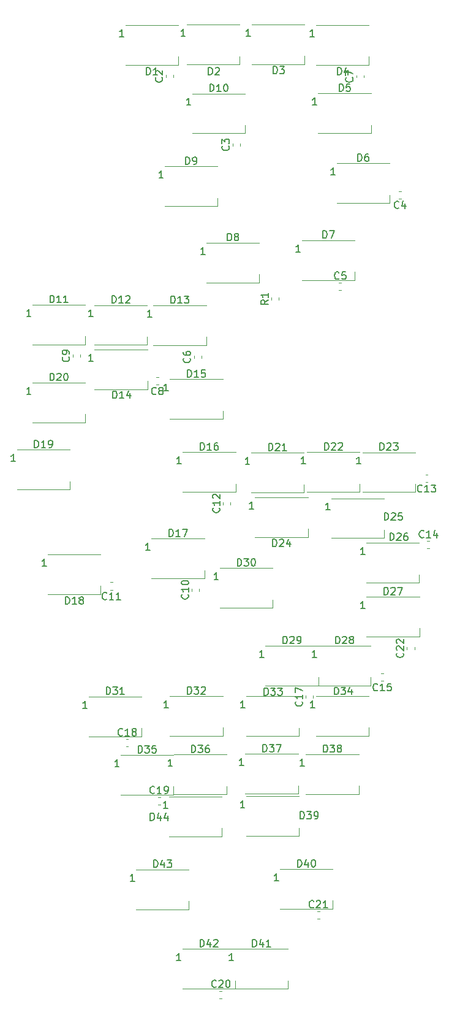
<source format=gbr>
%TF.GenerationSoftware,KiCad,Pcbnew,(5.1.10)-1*%
%TF.CreationDate,2021-11-16T17:25:10+11:00*%
%TF.ProjectId,EXT LT Panel PCB V2,45585420-4c54-4205-9061-6e656c205043,rev?*%
%TF.SameCoordinates,Original*%
%TF.FileFunction,Legend,Top*%
%TF.FilePolarity,Positive*%
%FSLAX46Y46*%
G04 Gerber Fmt 4.6, Leading zero omitted, Abs format (unit mm)*
G04 Created by KiCad (PCBNEW (5.1.10)-1) date 2021-11-16 17:25:10*
%MOMM*%
%LPD*%
G01*
G04 APERTURE LIST*
%ADD10C,0.120000*%
%ADD11C,0.150000*%
G04 APERTURE END LIST*
D10*
%TO.C,R1*%
X128932000Y-66283979D02*
X128932000Y-65958421D01*
X127912000Y-66283979D02*
X127912000Y-65958421D01*
%TO.C,C21*%
X134213221Y-151688000D02*
X134538779Y-151688000D01*
X134213221Y-150668000D02*
X134538779Y-150668000D01*
%TO.C,C20*%
X120731221Y-162674000D02*
X121056779Y-162674000D01*
X120731221Y-161654000D02*
X121056779Y-161654000D01*
%TO.C,C19*%
X112207221Y-135922000D02*
X112532779Y-135922000D01*
X112207221Y-134902000D02*
X112532779Y-134902000D01*
%TO.C,C18*%
X107779221Y-127937000D02*
X108104779Y-127937000D01*
X107779221Y-126917000D02*
X108104779Y-126917000D01*
%TO.C,C17*%
X133675000Y-121234779D02*
X133675000Y-120909221D01*
X132655000Y-121234779D02*
X132655000Y-120909221D01*
%TO.C,C22*%
X147657000Y-114526779D02*
X147657000Y-114201221D01*
X146637000Y-114526779D02*
X146637000Y-114201221D01*
%TO.C,C15*%
X143365779Y-117849000D02*
X143040221Y-117849000D01*
X143365779Y-118869000D02*
X143040221Y-118869000D01*
%TO.C,C14*%
X149428221Y-100586000D02*
X149753779Y-100586000D01*
X149428221Y-99566000D02*
X149753779Y-99566000D01*
%TO.C,C13*%
X149514779Y-90422000D02*
X149189221Y-90422000D01*
X149514779Y-91442000D02*
X149189221Y-91442000D01*
%TO.C,C12*%
X122245000Y-94518779D02*
X122245000Y-94193221D01*
X121225000Y-94518779D02*
X121225000Y-94193221D01*
%TO.C,C11*%
X105928779Y-105261000D02*
X105603221Y-105261000D01*
X105928779Y-106281000D02*
X105603221Y-106281000D01*
%TO.C,C10*%
X117929000Y-106453779D02*
X117929000Y-106128221D01*
X116909000Y-106453779D02*
X116909000Y-106128221D01*
%TO.C,C9*%
X101467000Y-74160479D02*
X101467000Y-73834921D01*
X100447000Y-74160479D02*
X100447000Y-73834921D01*
%TO.C,C8*%
X112285779Y-76957500D02*
X111960221Y-76957500D01*
X112285779Y-77977500D02*
X111960221Y-77977500D01*
%TO.C,C7*%
X140649000Y-35578079D02*
X140649000Y-35252521D01*
X139629000Y-35578079D02*
X139629000Y-35252521D01*
%TO.C,C6*%
X118196000Y-74300279D02*
X118196000Y-73974721D01*
X117176000Y-74300279D02*
X117176000Y-73974721D01*
%TO.C,C5*%
X137241221Y-64906600D02*
X137566779Y-64906600D01*
X137241221Y-63886600D02*
X137566779Y-63886600D01*
%TO.C,C4*%
X145836779Y-51255200D02*
X145511221Y-51255200D01*
X145836779Y-52275200D02*
X145511221Y-52275200D01*
%TO.C,C3*%
X123548000Y-45026679D02*
X123548000Y-44701121D01*
X122528000Y-45026679D02*
X122528000Y-44701121D01*
%TO.C,C2*%
X114330000Y-35557779D02*
X114330000Y-35232221D01*
X113310000Y-35557779D02*
X113310000Y-35232221D01*
%TO.C,D14*%
X103448000Y-73119600D02*
X110748000Y-73119600D01*
X103448000Y-78619600D02*
X110748000Y-78619600D01*
X110748000Y-78619600D02*
X110748000Y-77469600D01*
%TO.C,D40*%
X129079000Y-144849000D02*
X136379000Y-144849000D01*
X129079000Y-150349000D02*
X136379000Y-150349000D01*
X136379000Y-150349000D02*
X136379000Y-149199000D01*
%TO.C,D44*%
X113760000Y-134842000D02*
X121060000Y-134842000D01*
X113760000Y-140342000D02*
X121060000Y-140342000D01*
X121060000Y-140342000D02*
X121060000Y-139192000D01*
%TO.C,D43*%
X109188000Y-144900000D02*
X116488000Y-144900000D01*
X109188000Y-150400000D02*
X116488000Y-150400000D01*
X116488000Y-150400000D02*
X116488000Y-149250000D01*
%TO.C,D42*%
X115589000Y-155873000D02*
X122889000Y-155873000D01*
X115589000Y-161373000D02*
X122889000Y-161373000D01*
X122889000Y-161373000D02*
X122889000Y-160223000D01*
%TO.C,D41*%
X122854000Y-155873000D02*
X130154000Y-155873000D01*
X122854000Y-161373000D02*
X130154000Y-161373000D01*
X130154000Y-161373000D02*
X130154000Y-160223000D01*
%TO.C,D39*%
X124405000Y-134791000D02*
X131705000Y-134791000D01*
X124405000Y-140291000D02*
X131705000Y-140291000D01*
X131705000Y-140291000D02*
X131705000Y-139141000D01*
%TO.C,D38*%
X132658000Y-129000000D02*
X139958000Y-129000000D01*
X132658000Y-134500000D02*
X139958000Y-134500000D01*
X139958000Y-134500000D02*
X139958000Y-133350000D01*
%TO.C,D37*%
X124276000Y-128949000D02*
X131576000Y-128949000D01*
X124276000Y-134449000D02*
X131576000Y-134449000D01*
X131576000Y-134449000D02*
X131576000Y-133299000D01*
%TO.C,D36*%
X114421000Y-129050000D02*
X121721000Y-129050000D01*
X114421000Y-134550000D02*
X121721000Y-134550000D01*
X121721000Y-134550000D02*
X121721000Y-133400000D01*
%TO.C,D35*%
X107055000Y-129101000D02*
X114355000Y-129101000D01*
X107055000Y-134601000D02*
X114355000Y-134601000D01*
X114355000Y-134601000D02*
X114355000Y-133451000D01*
%TO.C,D34*%
X134080000Y-120973000D02*
X141380000Y-120973000D01*
X134080000Y-126473000D02*
X141380000Y-126473000D01*
X141380000Y-126473000D02*
X141380000Y-125323000D01*
%TO.C,D33*%
X124417000Y-120999000D02*
X131717000Y-120999000D01*
X124417000Y-126499000D02*
X131717000Y-126499000D01*
X131717000Y-126499000D02*
X131717000Y-125349000D01*
%TO.C,D32*%
X113862000Y-120973000D02*
X121162000Y-120973000D01*
X113862000Y-126473000D02*
X121162000Y-126473000D01*
X121162000Y-126473000D02*
X121162000Y-125323000D01*
%TO.C,D31*%
X102635000Y-121024000D02*
X109935000Y-121024000D01*
X102635000Y-126524000D02*
X109935000Y-126524000D01*
X109935000Y-126524000D02*
X109935000Y-125374000D01*
%TO.C,D30*%
X120771000Y-103295000D02*
X128071000Y-103295000D01*
X120771000Y-108795000D02*
X128071000Y-108795000D01*
X128071000Y-108795000D02*
X128071000Y-107645000D01*
%TO.C,D29*%
X127070000Y-114014000D02*
X134370000Y-114014000D01*
X127070000Y-119514000D02*
X134370000Y-119514000D01*
X134370000Y-119514000D02*
X134370000Y-118364000D01*
%TO.C,D28*%
X134334000Y-114014000D02*
X141634000Y-114014000D01*
X134334000Y-119514000D02*
X141634000Y-119514000D01*
X141634000Y-119514000D02*
X141634000Y-118364000D01*
%TO.C,D27*%
X141040000Y-107257000D02*
X148340000Y-107257000D01*
X141040000Y-112757000D02*
X148340000Y-112757000D01*
X148340000Y-112757000D02*
X148340000Y-111607000D01*
%TO.C,D26*%
X141028000Y-99815000D02*
X148328000Y-99815000D01*
X141028000Y-105315000D02*
X148328000Y-105315000D01*
X148328000Y-105315000D02*
X148328000Y-104165000D01*
%TO.C,D25*%
X136202000Y-93668400D02*
X143502000Y-93668400D01*
X136202000Y-99168400D02*
X143502000Y-99168400D01*
X143502000Y-99168400D02*
X143502000Y-98018400D01*
%TO.C,D24*%
X125636000Y-93516000D02*
X132936000Y-93516000D01*
X125636000Y-99016000D02*
X132936000Y-99016000D01*
X132936000Y-99016000D02*
X132936000Y-97866000D01*
%TO.C,D23*%
X140470000Y-87318400D02*
X147770000Y-87318400D01*
X140470000Y-92818400D02*
X147770000Y-92818400D01*
X147770000Y-92818400D02*
X147770000Y-91668400D01*
%TO.C,D22*%
X132810000Y-87292800D02*
X140110000Y-87292800D01*
X132810000Y-92792800D02*
X140110000Y-92792800D01*
X140110000Y-92792800D02*
X140110000Y-91642800D01*
%TO.C,D21*%
X125077000Y-87369200D02*
X132377000Y-87369200D01*
X125077000Y-92869200D02*
X132377000Y-92869200D01*
X132377000Y-92869200D02*
X132377000Y-91719200D01*
%TO.C,D20*%
X94862800Y-77691600D02*
X102162800Y-77691600D01*
X94862800Y-83191600D02*
X102162800Y-83191600D01*
X102162800Y-83191600D02*
X102162800Y-82041600D01*
%TO.C,D19*%
X92717600Y-86962800D02*
X100017600Y-86962800D01*
X92717600Y-92462800D02*
X100017600Y-92462800D01*
X100017600Y-92462800D02*
X100017600Y-91312800D01*
%TO.C,D18*%
X96996000Y-101415000D02*
X104296000Y-101415000D01*
X96996000Y-106915000D02*
X104296000Y-106915000D01*
X104296000Y-106915000D02*
X104296000Y-105765000D01*
%TO.C,D17*%
X111322000Y-99231000D02*
X118622000Y-99231000D01*
X111322000Y-104731000D02*
X118622000Y-104731000D01*
X118622000Y-104731000D02*
X118622000Y-103581000D01*
%TO.C,D16*%
X115640000Y-87292800D02*
X122940000Y-87292800D01*
X115640000Y-92792800D02*
X122940000Y-92792800D01*
X122940000Y-92792800D02*
X122940000Y-91642800D01*
%TO.C,D15*%
X113862000Y-77234400D02*
X121162000Y-77234400D01*
X113862000Y-82734400D02*
X121162000Y-82734400D01*
X121162000Y-82734400D02*
X121162000Y-81584400D01*
%TO.C,D13*%
X111576000Y-67023600D02*
X118876000Y-67023600D01*
X111576000Y-72523600D02*
X118876000Y-72523600D01*
X118876000Y-72523600D02*
X118876000Y-71373600D01*
%TO.C,D12*%
X103436000Y-66998400D02*
X110736000Y-66998400D01*
X103436000Y-72498400D02*
X110736000Y-72498400D01*
X110736000Y-72498400D02*
X110736000Y-71348400D01*
%TO.C,D11*%
X94851200Y-66947600D02*
X102151200Y-66947600D01*
X94851200Y-72447600D02*
X102151200Y-72447600D01*
X102151200Y-72447600D02*
X102151200Y-71297600D01*
%TO.C,D10*%
X116949000Y-37788400D02*
X124249000Y-37788400D01*
X116949000Y-43288400D02*
X124249000Y-43288400D01*
X124249000Y-43288400D02*
X124249000Y-42138400D01*
%TO.C,D9*%
X113139000Y-47846800D02*
X120439000Y-47846800D01*
X113139000Y-53346800D02*
X120439000Y-53346800D01*
X120439000Y-53346800D02*
X120439000Y-52196800D01*
%TO.C,D8*%
X118919000Y-58387600D02*
X126219000Y-58387600D01*
X118919000Y-63887600D02*
X126219000Y-63887600D01*
X126219000Y-63887600D02*
X126219000Y-62737600D01*
%TO.C,D7*%
X132099000Y-58032000D02*
X139399000Y-58032000D01*
X132099000Y-63532000D02*
X139399000Y-63532000D01*
X139399000Y-63532000D02*
X139399000Y-62382000D01*
%TO.C,D6*%
X136925000Y-47414800D02*
X144225000Y-47414800D01*
X136925000Y-52914800D02*
X144225000Y-52914800D01*
X144225000Y-52914800D02*
X144225000Y-51764800D01*
%TO.C,D5*%
X134362000Y-37762800D02*
X141662000Y-37762800D01*
X134362000Y-43262800D02*
X141662000Y-43262800D01*
X141662000Y-43262800D02*
X141662000Y-42112800D01*
%TO.C,D4*%
X134030000Y-28314000D02*
X141330000Y-28314000D01*
X134030000Y-33814000D02*
X141330000Y-33814000D01*
X141330000Y-33814000D02*
X141330000Y-32664000D01*
%TO.C,D3*%
X125190000Y-28263200D02*
X132490000Y-28263200D01*
X125190000Y-33763200D02*
X132490000Y-33763200D01*
X132490000Y-33763200D02*
X132490000Y-32613200D01*
%TO.C,D2*%
X116187000Y-28288800D02*
X123487000Y-28288800D01*
X116187000Y-33788800D02*
X123487000Y-33788800D01*
X123487000Y-33788800D02*
X123487000Y-32638800D01*
%TO.C,D1*%
X107715000Y-28314000D02*
X115015000Y-28314000D01*
X107715000Y-33814000D02*
X115015000Y-33814000D01*
X115015000Y-33814000D02*
X115015000Y-32664000D01*
%TO.C,R1*%
D11*
X127444380Y-66287866D02*
X126968190Y-66621200D01*
X127444380Y-66859295D02*
X126444380Y-66859295D01*
X126444380Y-66478342D01*
X126492000Y-66383104D01*
X126539619Y-66335485D01*
X126634857Y-66287866D01*
X126777714Y-66287866D01*
X126872952Y-66335485D01*
X126920571Y-66383104D01*
X126968190Y-66478342D01*
X126968190Y-66859295D01*
X127444380Y-65335485D02*
X127444380Y-65906914D01*
X127444380Y-65621200D02*
X126444380Y-65621200D01*
X126587238Y-65716438D01*
X126682476Y-65811676D01*
X126730095Y-65906914D01*
%TO.C,C21*%
X133733142Y-150105142D02*
X133685523Y-150152761D01*
X133542666Y-150200380D01*
X133447428Y-150200380D01*
X133304571Y-150152761D01*
X133209333Y-150057523D01*
X133161714Y-149962285D01*
X133114095Y-149771809D01*
X133114095Y-149628952D01*
X133161714Y-149438476D01*
X133209333Y-149343238D01*
X133304571Y-149248000D01*
X133447428Y-149200380D01*
X133542666Y-149200380D01*
X133685523Y-149248000D01*
X133733142Y-149295619D01*
X134114095Y-149295619D02*
X134161714Y-149248000D01*
X134256952Y-149200380D01*
X134495047Y-149200380D01*
X134590285Y-149248000D01*
X134637904Y-149295619D01*
X134685523Y-149390857D01*
X134685523Y-149486095D01*
X134637904Y-149628952D01*
X134066476Y-150200380D01*
X134685523Y-150200380D01*
X135637904Y-150200380D02*
X135066476Y-150200380D01*
X135352190Y-150200380D02*
X135352190Y-149200380D01*
X135256952Y-149343238D01*
X135161714Y-149438476D01*
X135066476Y-149486095D01*
%TO.C,C20*%
X120251142Y-161091142D02*
X120203523Y-161138761D01*
X120060666Y-161186380D01*
X119965428Y-161186380D01*
X119822571Y-161138761D01*
X119727333Y-161043523D01*
X119679714Y-160948285D01*
X119632095Y-160757809D01*
X119632095Y-160614952D01*
X119679714Y-160424476D01*
X119727333Y-160329238D01*
X119822571Y-160234000D01*
X119965428Y-160186380D01*
X120060666Y-160186380D01*
X120203523Y-160234000D01*
X120251142Y-160281619D01*
X120632095Y-160281619D02*
X120679714Y-160234000D01*
X120774952Y-160186380D01*
X121013047Y-160186380D01*
X121108285Y-160234000D01*
X121155904Y-160281619D01*
X121203523Y-160376857D01*
X121203523Y-160472095D01*
X121155904Y-160614952D01*
X120584476Y-161186380D01*
X121203523Y-161186380D01*
X121822571Y-160186380D02*
X121917809Y-160186380D01*
X122013047Y-160234000D01*
X122060666Y-160281619D01*
X122108285Y-160376857D01*
X122155904Y-160567333D01*
X122155904Y-160805428D01*
X122108285Y-160995904D01*
X122060666Y-161091142D01*
X122013047Y-161138761D01*
X121917809Y-161186380D01*
X121822571Y-161186380D01*
X121727333Y-161138761D01*
X121679714Y-161091142D01*
X121632095Y-160995904D01*
X121584476Y-160805428D01*
X121584476Y-160567333D01*
X121632095Y-160376857D01*
X121679714Y-160281619D01*
X121727333Y-160234000D01*
X121822571Y-160186380D01*
%TO.C,C19*%
X111727142Y-134339142D02*
X111679523Y-134386761D01*
X111536666Y-134434380D01*
X111441428Y-134434380D01*
X111298571Y-134386761D01*
X111203333Y-134291523D01*
X111155714Y-134196285D01*
X111108095Y-134005809D01*
X111108095Y-133862952D01*
X111155714Y-133672476D01*
X111203333Y-133577238D01*
X111298571Y-133482000D01*
X111441428Y-133434380D01*
X111536666Y-133434380D01*
X111679523Y-133482000D01*
X111727142Y-133529619D01*
X112679523Y-134434380D02*
X112108095Y-134434380D01*
X112393809Y-134434380D02*
X112393809Y-133434380D01*
X112298571Y-133577238D01*
X112203333Y-133672476D01*
X112108095Y-133720095D01*
X113155714Y-134434380D02*
X113346190Y-134434380D01*
X113441428Y-134386761D01*
X113489047Y-134339142D01*
X113584285Y-134196285D01*
X113631904Y-134005809D01*
X113631904Y-133624857D01*
X113584285Y-133529619D01*
X113536666Y-133482000D01*
X113441428Y-133434380D01*
X113250952Y-133434380D01*
X113155714Y-133482000D01*
X113108095Y-133529619D01*
X113060476Y-133624857D01*
X113060476Y-133862952D01*
X113108095Y-133958190D01*
X113155714Y-134005809D01*
X113250952Y-134053428D01*
X113441428Y-134053428D01*
X113536666Y-134005809D01*
X113584285Y-133958190D01*
X113631904Y-133862952D01*
%TO.C,C18*%
X107299142Y-126354142D02*
X107251523Y-126401761D01*
X107108666Y-126449380D01*
X107013428Y-126449380D01*
X106870571Y-126401761D01*
X106775333Y-126306523D01*
X106727714Y-126211285D01*
X106680095Y-126020809D01*
X106680095Y-125877952D01*
X106727714Y-125687476D01*
X106775333Y-125592238D01*
X106870571Y-125497000D01*
X107013428Y-125449380D01*
X107108666Y-125449380D01*
X107251523Y-125497000D01*
X107299142Y-125544619D01*
X108251523Y-126449380D02*
X107680095Y-126449380D01*
X107965809Y-126449380D02*
X107965809Y-125449380D01*
X107870571Y-125592238D01*
X107775333Y-125687476D01*
X107680095Y-125735095D01*
X108822952Y-125877952D02*
X108727714Y-125830333D01*
X108680095Y-125782714D01*
X108632476Y-125687476D01*
X108632476Y-125639857D01*
X108680095Y-125544619D01*
X108727714Y-125497000D01*
X108822952Y-125449380D01*
X109013428Y-125449380D01*
X109108666Y-125497000D01*
X109156285Y-125544619D01*
X109203904Y-125639857D01*
X109203904Y-125687476D01*
X109156285Y-125782714D01*
X109108666Y-125830333D01*
X109013428Y-125877952D01*
X108822952Y-125877952D01*
X108727714Y-125925571D01*
X108680095Y-125973190D01*
X108632476Y-126068428D01*
X108632476Y-126258904D01*
X108680095Y-126354142D01*
X108727714Y-126401761D01*
X108822952Y-126449380D01*
X109013428Y-126449380D01*
X109108666Y-126401761D01*
X109156285Y-126354142D01*
X109203904Y-126258904D01*
X109203904Y-126068428D01*
X109156285Y-125973190D01*
X109108666Y-125925571D01*
X109013428Y-125877952D01*
%TO.C,C17*%
X132092142Y-121714857D02*
X132139761Y-121762476D01*
X132187380Y-121905333D01*
X132187380Y-122000571D01*
X132139761Y-122143428D01*
X132044523Y-122238666D01*
X131949285Y-122286285D01*
X131758809Y-122333904D01*
X131615952Y-122333904D01*
X131425476Y-122286285D01*
X131330238Y-122238666D01*
X131235000Y-122143428D01*
X131187380Y-122000571D01*
X131187380Y-121905333D01*
X131235000Y-121762476D01*
X131282619Y-121714857D01*
X132187380Y-120762476D02*
X132187380Y-121333904D01*
X132187380Y-121048190D02*
X131187380Y-121048190D01*
X131330238Y-121143428D01*
X131425476Y-121238666D01*
X131473095Y-121333904D01*
X131187380Y-120429142D02*
X131187380Y-119762476D01*
X132187380Y-120191047D01*
%TO.C,C22*%
X146074142Y-115006857D02*
X146121761Y-115054476D01*
X146169380Y-115197333D01*
X146169380Y-115292571D01*
X146121761Y-115435428D01*
X146026523Y-115530666D01*
X145931285Y-115578285D01*
X145740809Y-115625904D01*
X145597952Y-115625904D01*
X145407476Y-115578285D01*
X145312238Y-115530666D01*
X145217000Y-115435428D01*
X145169380Y-115292571D01*
X145169380Y-115197333D01*
X145217000Y-115054476D01*
X145264619Y-115006857D01*
X145264619Y-114625904D02*
X145217000Y-114578285D01*
X145169380Y-114483047D01*
X145169380Y-114244952D01*
X145217000Y-114149714D01*
X145264619Y-114102095D01*
X145359857Y-114054476D01*
X145455095Y-114054476D01*
X145597952Y-114102095D01*
X146169380Y-114673523D01*
X146169380Y-114054476D01*
X145264619Y-113673523D02*
X145217000Y-113625904D01*
X145169380Y-113530666D01*
X145169380Y-113292571D01*
X145217000Y-113197333D01*
X145264619Y-113149714D01*
X145359857Y-113102095D01*
X145455095Y-113102095D01*
X145597952Y-113149714D01*
X146169380Y-113721142D01*
X146169380Y-113102095D01*
%TO.C,C15*%
X142560142Y-120146142D02*
X142512523Y-120193761D01*
X142369666Y-120241380D01*
X142274428Y-120241380D01*
X142131571Y-120193761D01*
X142036333Y-120098523D01*
X141988714Y-120003285D01*
X141941095Y-119812809D01*
X141941095Y-119669952D01*
X141988714Y-119479476D01*
X142036333Y-119384238D01*
X142131571Y-119289000D01*
X142274428Y-119241380D01*
X142369666Y-119241380D01*
X142512523Y-119289000D01*
X142560142Y-119336619D01*
X143512523Y-120241380D02*
X142941095Y-120241380D01*
X143226809Y-120241380D02*
X143226809Y-119241380D01*
X143131571Y-119384238D01*
X143036333Y-119479476D01*
X142941095Y-119527095D01*
X144417285Y-119241380D02*
X143941095Y-119241380D01*
X143893476Y-119717571D01*
X143941095Y-119669952D01*
X144036333Y-119622333D01*
X144274428Y-119622333D01*
X144369666Y-119669952D01*
X144417285Y-119717571D01*
X144464904Y-119812809D01*
X144464904Y-120050904D01*
X144417285Y-120146142D01*
X144369666Y-120193761D01*
X144274428Y-120241380D01*
X144036333Y-120241380D01*
X143941095Y-120193761D01*
X143893476Y-120146142D01*
%TO.C,C14*%
X148948142Y-99003142D02*
X148900523Y-99050761D01*
X148757666Y-99098380D01*
X148662428Y-99098380D01*
X148519571Y-99050761D01*
X148424333Y-98955523D01*
X148376714Y-98860285D01*
X148329095Y-98669809D01*
X148329095Y-98526952D01*
X148376714Y-98336476D01*
X148424333Y-98241238D01*
X148519571Y-98146000D01*
X148662428Y-98098380D01*
X148757666Y-98098380D01*
X148900523Y-98146000D01*
X148948142Y-98193619D01*
X149900523Y-99098380D02*
X149329095Y-99098380D01*
X149614809Y-99098380D02*
X149614809Y-98098380D01*
X149519571Y-98241238D01*
X149424333Y-98336476D01*
X149329095Y-98384095D01*
X150757666Y-98431714D02*
X150757666Y-99098380D01*
X150519571Y-98050761D02*
X150281476Y-98765047D01*
X150900523Y-98765047D01*
%TO.C,C13*%
X148709142Y-92719142D02*
X148661523Y-92766761D01*
X148518666Y-92814380D01*
X148423428Y-92814380D01*
X148280571Y-92766761D01*
X148185333Y-92671523D01*
X148137714Y-92576285D01*
X148090095Y-92385809D01*
X148090095Y-92242952D01*
X148137714Y-92052476D01*
X148185333Y-91957238D01*
X148280571Y-91862000D01*
X148423428Y-91814380D01*
X148518666Y-91814380D01*
X148661523Y-91862000D01*
X148709142Y-91909619D01*
X149661523Y-92814380D02*
X149090095Y-92814380D01*
X149375809Y-92814380D02*
X149375809Y-91814380D01*
X149280571Y-91957238D01*
X149185333Y-92052476D01*
X149090095Y-92100095D01*
X149994857Y-91814380D02*
X150613904Y-91814380D01*
X150280571Y-92195333D01*
X150423428Y-92195333D01*
X150518666Y-92242952D01*
X150566285Y-92290571D01*
X150613904Y-92385809D01*
X150613904Y-92623904D01*
X150566285Y-92719142D01*
X150518666Y-92766761D01*
X150423428Y-92814380D01*
X150137714Y-92814380D01*
X150042476Y-92766761D01*
X149994857Y-92719142D01*
%TO.C,C12*%
X120662142Y-94998857D02*
X120709761Y-95046476D01*
X120757380Y-95189333D01*
X120757380Y-95284571D01*
X120709761Y-95427428D01*
X120614523Y-95522666D01*
X120519285Y-95570285D01*
X120328809Y-95617904D01*
X120185952Y-95617904D01*
X119995476Y-95570285D01*
X119900238Y-95522666D01*
X119805000Y-95427428D01*
X119757380Y-95284571D01*
X119757380Y-95189333D01*
X119805000Y-95046476D01*
X119852619Y-94998857D01*
X120757380Y-94046476D02*
X120757380Y-94617904D01*
X120757380Y-94332190D02*
X119757380Y-94332190D01*
X119900238Y-94427428D01*
X119995476Y-94522666D01*
X120043095Y-94617904D01*
X119852619Y-93665523D02*
X119805000Y-93617904D01*
X119757380Y-93522666D01*
X119757380Y-93284571D01*
X119805000Y-93189333D01*
X119852619Y-93141714D01*
X119947857Y-93094095D01*
X120043095Y-93094095D01*
X120185952Y-93141714D01*
X120757380Y-93713142D01*
X120757380Y-93094095D01*
%TO.C,C11*%
X105123142Y-107558142D02*
X105075523Y-107605761D01*
X104932666Y-107653380D01*
X104837428Y-107653380D01*
X104694571Y-107605761D01*
X104599333Y-107510523D01*
X104551714Y-107415285D01*
X104504095Y-107224809D01*
X104504095Y-107081952D01*
X104551714Y-106891476D01*
X104599333Y-106796238D01*
X104694571Y-106701000D01*
X104837428Y-106653380D01*
X104932666Y-106653380D01*
X105075523Y-106701000D01*
X105123142Y-106748619D01*
X106075523Y-107653380D02*
X105504095Y-107653380D01*
X105789809Y-107653380D02*
X105789809Y-106653380D01*
X105694571Y-106796238D01*
X105599333Y-106891476D01*
X105504095Y-106939095D01*
X107027904Y-107653380D02*
X106456476Y-107653380D01*
X106742190Y-107653380D02*
X106742190Y-106653380D01*
X106646952Y-106796238D01*
X106551714Y-106891476D01*
X106456476Y-106939095D01*
%TO.C,C10*%
X116346142Y-106933857D02*
X116393761Y-106981476D01*
X116441380Y-107124333D01*
X116441380Y-107219571D01*
X116393761Y-107362428D01*
X116298523Y-107457666D01*
X116203285Y-107505285D01*
X116012809Y-107552904D01*
X115869952Y-107552904D01*
X115679476Y-107505285D01*
X115584238Y-107457666D01*
X115489000Y-107362428D01*
X115441380Y-107219571D01*
X115441380Y-107124333D01*
X115489000Y-106981476D01*
X115536619Y-106933857D01*
X116441380Y-105981476D02*
X116441380Y-106552904D01*
X116441380Y-106267190D02*
X115441380Y-106267190D01*
X115584238Y-106362428D01*
X115679476Y-106457666D01*
X115727095Y-106552904D01*
X115441380Y-105362428D02*
X115441380Y-105267190D01*
X115489000Y-105171952D01*
X115536619Y-105124333D01*
X115631857Y-105076714D01*
X115822333Y-105029095D01*
X116060428Y-105029095D01*
X116250904Y-105076714D01*
X116346142Y-105124333D01*
X116393761Y-105171952D01*
X116441380Y-105267190D01*
X116441380Y-105362428D01*
X116393761Y-105457666D01*
X116346142Y-105505285D01*
X116250904Y-105552904D01*
X116060428Y-105600523D01*
X115822333Y-105600523D01*
X115631857Y-105552904D01*
X115536619Y-105505285D01*
X115489000Y-105457666D01*
X115441380Y-105362428D01*
%TO.C,C9*%
X99884142Y-74164366D02*
X99931761Y-74211985D01*
X99979380Y-74354842D01*
X99979380Y-74450080D01*
X99931761Y-74592938D01*
X99836523Y-74688176D01*
X99741285Y-74735795D01*
X99550809Y-74783414D01*
X99407952Y-74783414D01*
X99217476Y-74735795D01*
X99122238Y-74688176D01*
X99027000Y-74592938D01*
X98979380Y-74450080D01*
X98979380Y-74354842D01*
X99027000Y-74211985D01*
X99074619Y-74164366D01*
X99979380Y-73688176D02*
X99979380Y-73497700D01*
X99931761Y-73402461D01*
X99884142Y-73354842D01*
X99741285Y-73259604D01*
X99550809Y-73211985D01*
X99169857Y-73211985D01*
X99074619Y-73259604D01*
X99027000Y-73307223D01*
X98979380Y-73402461D01*
X98979380Y-73592938D01*
X99027000Y-73688176D01*
X99074619Y-73735795D01*
X99169857Y-73783414D01*
X99407952Y-73783414D01*
X99503190Y-73735795D01*
X99550809Y-73688176D01*
X99598428Y-73592938D01*
X99598428Y-73402461D01*
X99550809Y-73307223D01*
X99503190Y-73259604D01*
X99407952Y-73211985D01*
%TO.C,C8*%
X111956333Y-79254642D02*
X111908714Y-79302261D01*
X111765857Y-79349880D01*
X111670619Y-79349880D01*
X111527761Y-79302261D01*
X111432523Y-79207023D01*
X111384904Y-79111785D01*
X111337285Y-78921309D01*
X111337285Y-78778452D01*
X111384904Y-78587976D01*
X111432523Y-78492738D01*
X111527761Y-78397500D01*
X111670619Y-78349880D01*
X111765857Y-78349880D01*
X111908714Y-78397500D01*
X111956333Y-78445119D01*
X112527761Y-78778452D02*
X112432523Y-78730833D01*
X112384904Y-78683214D01*
X112337285Y-78587976D01*
X112337285Y-78540357D01*
X112384904Y-78445119D01*
X112432523Y-78397500D01*
X112527761Y-78349880D01*
X112718238Y-78349880D01*
X112813476Y-78397500D01*
X112861095Y-78445119D01*
X112908714Y-78540357D01*
X112908714Y-78587976D01*
X112861095Y-78683214D01*
X112813476Y-78730833D01*
X112718238Y-78778452D01*
X112527761Y-78778452D01*
X112432523Y-78826071D01*
X112384904Y-78873690D01*
X112337285Y-78968928D01*
X112337285Y-79159404D01*
X112384904Y-79254642D01*
X112432523Y-79302261D01*
X112527761Y-79349880D01*
X112718238Y-79349880D01*
X112813476Y-79302261D01*
X112861095Y-79254642D01*
X112908714Y-79159404D01*
X112908714Y-78968928D01*
X112861095Y-78873690D01*
X112813476Y-78826071D01*
X112718238Y-78778452D01*
%TO.C,C7*%
X139066142Y-35581966D02*
X139113761Y-35629585D01*
X139161380Y-35772442D01*
X139161380Y-35867680D01*
X139113761Y-36010538D01*
X139018523Y-36105776D01*
X138923285Y-36153395D01*
X138732809Y-36201014D01*
X138589952Y-36201014D01*
X138399476Y-36153395D01*
X138304238Y-36105776D01*
X138209000Y-36010538D01*
X138161380Y-35867680D01*
X138161380Y-35772442D01*
X138209000Y-35629585D01*
X138256619Y-35581966D01*
X138161380Y-35248633D02*
X138161380Y-34581966D01*
X139161380Y-35010538D01*
%TO.C,C6*%
X116613142Y-74304166D02*
X116660761Y-74351785D01*
X116708380Y-74494642D01*
X116708380Y-74589880D01*
X116660761Y-74732738D01*
X116565523Y-74827976D01*
X116470285Y-74875595D01*
X116279809Y-74923214D01*
X116136952Y-74923214D01*
X115946476Y-74875595D01*
X115851238Y-74827976D01*
X115756000Y-74732738D01*
X115708380Y-74589880D01*
X115708380Y-74494642D01*
X115756000Y-74351785D01*
X115803619Y-74304166D01*
X115708380Y-73447023D02*
X115708380Y-73637500D01*
X115756000Y-73732738D01*
X115803619Y-73780357D01*
X115946476Y-73875595D01*
X116136952Y-73923214D01*
X116517904Y-73923214D01*
X116613142Y-73875595D01*
X116660761Y-73827976D01*
X116708380Y-73732738D01*
X116708380Y-73542261D01*
X116660761Y-73447023D01*
X116613142Y-73399404D01*
X116517904Y-73351785D01*
X116279809Y-73351785D01*
X116184571Y-73399404D01*
X116136952Y-73447023D01*
X116089333Y-73542261D01*
X116089333Y-73732738D01*
X116136952Y-73827976D01*
X116184571Y-73875595D01*
X116279809Y-73923214D01*
%TO.C,C5*%
X137237333Y-63323742D02*
X137189714Y-63371361D01*
X137046857Y-63418980D01*
X136951619Y-63418980D01*
X136808761Y-63371361D01*
X136713523Y-63276123D01*
X136665904Y-63180885D01*
X136618285Y-62990409D01*
X136618285Y-62847552D01*
X136665904Y-62657076D01*
X136713523Y-62561838D01*
X136808761Y-62466600D01*
X136951619Y-62418980D01*
X137046857Y-62418980D01*
X137189714Y-62466600D01*
X137237333Y-62514219D01*
X138142095Y-62418980D02*
X137665904Y-62418980D01*
X137618285Y-62895171D01*
X137665904Y-62847552D01*
X137761142Y-62799933D01*
X137999238Y-62799933D01*
X138094476Y-62847552D01*
X138142095Y-62895171D01*
X138189714Y-62990409D01*
X138189714Y-63228504D01*
X138142095Y-63323742D01*
X138094476Y-63371361D01*
X137999238Y-63418980D01*
X137761142Y-63418980D01*
X137665904Y-63371361D01*
X137618285Y-63323742D01*
%TO.C,C4*%
X145507333Y-53552342D02*
X145459714Y-53599961D01*
X145316857Y-53647580D01*
X145221619Y-53647580D01*
X145078761Y-53599961D01*
X144983523Y-53504723D01*
X144935904Y-53409485D01*
X144888285Y-53219009D01*
X144888285Y-53076152D01*
X144935904Y-52885676D01*
X144983523Y-52790438D01*
X145078761Y-52695200D01*
X145221619Y-52647580D01*
X145316857Y-52647580D01*
X145459714Y-52695200D01*
X145507333Y-52742819D01*
X146364476Y-52980914D02*
X146364476Y-53647580D01*
X146126380Y-52599961D02*
X145888285Y-53314247D01*
X146507333Y-53314247D01*
%TO.C,C3*%
X121965142Y-45030566D02*
X122012761Y-45078185D01*
X122060380Y-45221042D01*
X122060380Y-45316280D01*
X122012761Y-45459138D01*
X121917523Y-45554376D01*
X121822285Y-45601995D01*
X121631809Y-45649614D01*
X121488952Y-45649614D01*
X121298476Y-45601995D01*
X121203238Y-45554376D01*
X121108000Y-45459138D01*
X121060380Y-45316280D01*
X121060380Y-45221042D01*
X121108000Y-45078185D01*
X121155619Y-45030566D01*
X121060380Y-44697233D02*
X121060380Y-44078185D01*
X121441333Y-44411519D01*
X121441333Y-44268661D01*
X121488952Y-44173423D01*
X121536571Y-44125804D01*
X121631809Y-44078185D01*
X121869904Y-44078185D01*
X121965142Y-44125804D01*
X122012761Y-44173423D01*
X122060380Y-44268661D01*
X122060380Y-44554376D01*
X122012761Y-44649614D01*
X121965142Y-44697233D01*
%TO.C,C2*%
X112747142Y-35561666D02*
X112794761Y-35609285D01*
X112842380Y-35752142D01*
X112842380Y-35847380D01*
X112794761Y-35990238D01*
X112699523Y-36085476D01*
X112604285Y-36133095D01*
X112413809Y-36180714D01*
X112270952Y-36180714D01*
X112080476Y-36133095D01*
X111985238Y-36085476D01*
X111890000Y-35990238D01*
X111842380Y-35847380D01*
X111842380Y-35752142D01*
X111890000Y-35609285D01*
X111937619Y-35561666D01*
X111937619Y-35180714D02*
X111890000Y-35133095D01*
X111842380Y-35037857D01*
X111842380Y-34799761D01*
X111890000Y-34704523D01*
X111937619Y-34656904D01*
X112032857Y-34609285D01*
X112128095Y-34609285D01*
X112270952Y-34656904D01*
X112842380Y-35228333D01*
X112842380Y-34609285D01*
%TO.C,D14*%
X105973714Y-79852780D02*
X105973714Y-78852780D01*
X106211809Y-78852780D01*
X106354666Y-78900400D01*
X106449904Y-78995638D01*
X106497523Y-79090876D01*
X106545142Y-79281352D01*
X106545142Y-79424209D01*
X106497523Y-79614685D01*
X106449904Y-79709923D01*
X106354666Y-79805161D01*
X106211809Y-79852780D01*
X105973714Y-79852780D01*
X107497523Y-79852780D02*
X106926095Y-79852780D01*
X107211809Y-79852780D02*
X107211809Y-78852780D01*
X107116571Y-78995638D01*
X107021333Y-79090876D01*
X106926095Y-79138495D01*
X108354666Y-79186114D02*
X108354666Y-79852780D01*
X108116571Y-78805161D02*
X107878476Y-79519447D01*
X108497523Y-79519447D01*
X103233714Y-74721980D02*
X102662285Y-74721980D01*
X102948000Y-74721980D02*
X102948000Y-73721980D01*
X102852761Y-73864838D01*
X102757523Y-73960076D01*
X102662285Y-74007695D01*
%TO.C,D40*%
X131514714Y-144551380D02*
X131514714Y-143551380D01*
X131752809Y-143551380D01*
X131895666Y-143599000D01*
X131990904Y-143694238D01*
X132038523Y-143789476D01*
X132086142Y-143979952D01*
X132086142Y-144122809D01*
X132038523Y-144313285D01*
X131990904Y-144408523D01*
X131895666Y-144503761D01*
X131752809Y-144551380D01*
X131514714Y-144551380D01*
X132943285Y-143884714D02*
X132943285Y-144551380D01*
X132705190Y-143503761D02*
X132467095Y-144218047D01*
X133086142Y-144218047D01*
X133657571Y-143551380D02*
X133752809Y-143551380D01*
X133848047Y-143599000D01*
X133895666Y-143646619D01*
X133943285Y-143741857D01*
X133990904Y-143932333D01*
X133990904Y-144170428D01*
X133943285Y-144360904D01*
X133895666Y-144456142D01*
X133848047Y-144503761D01*
X133752809Y-144551380D01*
X133657571Y-144551380D01*
X133562333Y-144503761D01*
X133514714Y-144456142D01*
X133467095Y-144360904D01*
X133419476Y-144170428D01*
X133419476Y-143932333D01*
X133467095Y-143741857D01*
X133514714Y-143646619D01*
X133562333Y-143599000D01*
X133657571Y-143551380D01*
X128864714Y-146451380D02*
X128293285Y-146451380D01*
X128579000Y-146451380D02*
X128579000Y-145451380D01*
X128483761Y-145594238D01*
X128388523Y-145689476D01*
X128293285Y-145737095D01*
%TO.C,D44*%
X111154914Y-138120780D02*
X111154914Y-137120780D01*
X111393009Y-137120780D01*
X111535866Y-137168400D01*
X111631104Y-137263638D01*
X111678723Y-137358876D01*
X111726342Y-137549352D01*
X111726342Y-137692209D01*
X111678723Y-137882685D01*
X111631104Y-137977923D01*
X111535866Y-138073161D01*
X111393009Y-138120780D01*
X111154914Y-138120780D01*
X112583485Y-137454114D02*
X112583485Y-138120780D01*
X112345390Y-137073161D02*
X112107295Y-137787447D01*
X112726342Y-137787447D01*
X113535866Y-137454114D02*
X113535866Y-138120780D01*
X113297771Y-137073161D02*
X113059676Y-137787447D01*
X113678723Y-137787447D01*
X113545714Y-136444380D02*
X112974285Y-136444380D01*
X113260000Y-136444380D02*
X113260000Y-135444380D01*
X113164761Y-135587238D01*
X113069523Y-135682476D01*
X112974285Y-135730095D01*
%TO.C,D43*%
X111623714Y-144602380D02*
X111623714Y-143602380D01*
X111861809Y-143602380D01*
X112004666Y-143650000D01*
X112099904Y-143745238D01*
X112147523Y-143840476D01*
X112195142Y-144030952D01*
X112195142Y-144173809D01*
X112147523Y-144364285D01*
X112099904Y-144459523D01*
X112004666Y-144554761D01*
X111861809Y-144602380D01*
X111623714Y-144602380D01*
X113052285Y-143935714D02*
X113052285Y-144602380D01*
X112814190Y-143554761D02*
X112576095Y-144269047D01*
X113195142Y-144269047D01*
X113480857Y-143602380D02*
X114099904Y-143602380D01*
X113766571Y-143983333D01*
X113909428Y-143983333D01*
X114004666Y-144030952D01*
X114052285Y-144078571D01*
X114099904Y-144173809D01*
X114099904Y-144411904D01*
X114052285Y-144507142D01*
X114004666Y-144554761D01*
X113909428Y-144602380D01*
X113623714Y-144602380D01*
X113528476Y-144554761D01*
X113480857Y-144507142D01*
X108973714Y-146502380D02*
X108402285Y-146502380D01*
X108688000Y-146502380D02*
X108688000Y-145502380D01*
X108592761Y-145645238D01*
X108497523Y-145740476D01*
X108402285Y-145788095D01*
%TO.C,D42*%
X118024714Y-155575380D02*
X118024714Y-154575380D01*
X118262809Y-154575380D01*
X118405666Y-154623000D01*
X118500904Y-154718238D01*
X118548523Y-154813476D01*
X118596142Y-155003952D01*
X118596142Y-155146809D01*
X118548523Y-155337285D01*
X118500904Y-155432523D01*
X118405666Y-155527761D01*
X118262809Y-155575380D01*
X118024714Y-155575380D01*
X119453285Y-154908714D02*
X119453285Y-155575380D01*
X119215190Y-154527761D02*
X118977095Y-155242047D01*
X119596142Y-155242047D01*
X119929476Y-154670619D02*
X119977095Y-154623000D01*
X120072333Y-154575380D01*
X120310428Y-154575380D01*
X120405666Y-154623000D01*
X120453285Y-154670619D01*
X120500904Y-154765857D01*
X120500904Y-154861095D01*
X120453285Y-155003952D01*
X119881857Y-155575380D01*
X120500904Y-155575380D01*
X115374714Y-157475380D02*
X114803285Y-157475380D01*
X115089000Y-157475380D02*
X115089000Y-156475380D01*
X114993761Y-156618238D01*
X114898523Y-156713476D01*
X114803285Y-156761095D01*
%TO.C,D41*%
X125289714Y-155575380D02*
X125289714Y-154575380D01*
X125527809Y-154575380D01*
X125670666Y-154623000D01*
X125765904Y-154718238D01*
X125813523Y-154813476D01*
X125861142Y-155003952D01*
X125861142Y-155146809D01*
X125813523Y-155337285D01*
X125765904Y-155432523D01*
X125670666Y-155527761D01*
X125527809Y-155575380D01*
X125289714Y-155575380D01*
X126718285Y-154908714D02*
X126718285Y-155575380D01*
X126480190Y-154527761D02*
X126242095Y-155242047D01*
X126861142Y-155242047D01*
X127765904Y-155575380D02*
X127194476Y-155575380D01*
X127480190Y-155575380D02*
X127480190Y-154575380D01*
X127384952Y-154718238D01*
X127289714Y-154813476D01*
X127194476Y-154861095D01*
X122639714Y-157475380D02*
X122068285Y-157475380D01*
X122354000Y-157475380D02*
X122354000Y-156475380D01*
X122258761Y-156618238D01*
X122163523Y-156713476D01*
X122068285Y-156761095D01*
%TO.C,D39*%
X131881514Y-137917380D02*
X131881514Y-136917380D01*
X132119609Y-136917380D01*
X132262466Y-136965000D01*
X132357704Y-137060238D01*
X132405323Y-137155476D01*
X132452942Y-137345952D01*
X132452942Y-137488809D01*
X132405323Y-137679285D01*
X132357704Y-137774523D01*
X132262466Y-137869761D01*
X132119609Y-137917380D01*
X131881514Y-137917380D01*
X132786276Y-136917380D02*
X133405323Y-136917380D01*
X133071990Y-137298333D01*
X133214847Y-137298333D01*
X133310085Y-137345952D01*
X133357704Y-137393571D01*
X133405323Y-137488809D01*
X133405323Y-137726904D01*
X133357704Y-137822142D01*
X133310085Y-137869761D01*
X133214847Y-137917380D01*
X132929133Y-137917380D01*
X132833895Y-137869761D01*
X132786276Y-137822142D01*
X133881514Y-137917380D02*
X134071990Y-137917380D01*
X134167228Y-137869761D01*
X134214847Y-137822142D01*
X134310085Y-137679285D01*
X134357704Y-137488809D01*
X134357704Y-137107857D01*
X134310085Y-137012619D01*
X134262466Y-136965000D01*
X134167228Y-136917380D01*
X133976752Y-136917380D01*
X133881514Y-136965000D01*
X133833895Y-137012619D01*
X133786276Y-137107857D01*
X133786276Y-137345952D01*
X133833895Y-137441190D01*
X133881514Y-137488809D01*
X133976752Y-137536428D01*
X134167228Y-137536428D01*
X134262466Y-137488809D01*
X134310085Y-137441190D01*
X134357704Y-137345952D01*
X124190714Y-136393380D02*
X123619285Y-136393380D01*
X123905000Y-136393380D02*
X123905000Y-135393380D01*
X123809761Y-135536238D01*
X123714523Y-135631476D01*
X123619285Y-135679095D01*
%TO.C,D38*%
X135093714Y-128702380D02*
X135093714Y-127702380D01*
X135331809Y-127702380D01*
X135474666Y-127750000D01*
X135569904Y-127845238D01*
X135617523Y-127940476D01*
X135665142Y-128130952D01*
X135665142Y-128273809D01*
X135617523Y-128464285D01*
X135569904Y-128559523D01*
X135474666Y-128654761D01*
X135331809Y-128702380D01*
X135093714Y-128702380D01*
X135998476Y-127702380D02*
X136617523Y-127702380D01*
X136284190Y-128083333D01*
X136427047Y-128083333D01*
X136522285Y-128130952D01*
X136569904Y-128178571D01*
X136617523Y-128273809D01*
X136617523Y-128511904D01*
X136569904Y-128607142D01*
X136522285Y-128654761D01*
X136427047Y-128702380D01*
X136141333Y-128702380D01*
X136046095Y-128654761D01*
X135998476Y-128607142D01*
X137188952Y-128130952D02*
X137093714Y-128083333D01*
X137046095Y-128035714D01*
X136998476Y-127940476D01*
X136998476Y-127892857D01*
X137046095Y-127797619D01*
X137093714Y-127750000D01*
X137188952Y-127702380D01*
X137379428Y-127702380D01*
X137474666Y-127750000D01*
X137522285Y-127797619D01*
X137569904Y-127892857D01*
X137569904Y-127940476D01*
X137522285Y-128035714D01*
X137474666Y-128083333D01*
X137379428Y-128130952D01*
X137188952Y-128130952D01*
X137093714Y-128178571D01*
X137046095Y-128226190D01*
X136998476Y-128321428D01*
X136998476Y-128511904D01*
X137046095Y-128607142D01*
X137093714Y-128654761D01*
X137188952Y-128702380D01*
X137379428Y-128702380D01*
X137474666Y-128654761D01*
X137522285Y-128607142D01*
X137569904Y-128511904D01*
X137569904Y-128321428D01*
X137522285Y-128226190D01*
X137474666Y-128178571D01*
X137379428Y-128130952D01*
X132443714Y-130602380D02*
X131872285Y-130602380D01*
X132158000Y-130602380D02*
X132158000Y-129602380D01*
X132062761Y-129745238D01*
X131967523Y-129840476D01*
X131872285Y-129888095D01*
%TO.C,D37*%
X126711714Y-128651380D02*
X126711714Y-127651380D01*
X126949809Y-127651380D01*
X127092666Y-127699000D01*
X127187904Y-127794238D01*
X127235523Y-127889476D01*
X127283142Y-128079952D01*
X127283142Y-128222809D01*
X127235523Y-128413285D01*
X127187904Y-128508523D01*
X127092666Y-128603761D01*
X126949809Y-128651380D01*
X126711714Y-128651380D01*
X127616476Y-127651380D02*
X128235523Y-127651380D01*
X127902190Y-128032333D01*
X128045047Y-128032333D01*
X128140285Y-128079952D01*
X128187904Y-128127571D01*
X128235523Y-128222809D01*
X128235523Y-128460904D01*
X128187904Y-128556142D01*
X128140285Y-128603761D01*
X128045047Y-128651380D01*
X127759333Y-128651380D01*
X127664095Y-128603761D01*
X127616476Y-128556142D01*
X128568857Y-127651380D02*
X129235523Y-127651380D01*
X128806952Y-128651380D01*
X124061714Y-130551380D02*
X123490285Y-130551380D01*
X123776000Y-130551380D02*
X123776000Y-129551380D01*
X123680761Y-129694238D01*
X123585523Y-129789476D01*
X123490285Y-129837095D01*
%TO.C,D36*%
X116856714Y-128752380D02*
X116856714Y-127752380D01*
X117094809Y-127752380D01*
X117237666Y-127800000D01*
X117332904Y-127895238D01*
X117380523Y-127990476D01*
X117428142Y-128180952D01*
X117428142Y-128323809D01*
X117380523Y-128514285D01*
X117332904Y-128609523D01*
X117237666Y-128704761D01*
X117094809Y-128752380D01*
X116856714Y-128752380D01*
X117761476Y-127752380D02*
X118380523Y-127752380D01*
X118047190Y-128133333D01*
X118190047Y-128133333D01*
X118285285Y-128180952D01*
X118332904Y-128228571D01*
X118380523Y-128323809D01*
X118380523Y-128561904D01*
X118332904Y-128657142D01*
X118285285Y-128704761D01*
X118190047Y-128752380D01*
X117904333Y-128752380D01*
X117809095Y-128704761D01*
X117761476Y-128657142D01*
X119237666Y-127752380D02*
X119047190Y-127752380D01*
X118951952Y-127800000D01*
X118904333Y-127847619D01*
X118809095Y-127990476D01*
X118761476Y-128180952D01*
X118761476Y-128561904D01*
X118809095Y-128657142D01*
X118856714Y-128704761D01*
X118951952Y-128752380D01*
X119142428Y-128752380D01*
X119237666Y-128704761D01*
X119285285Y-128657142D01*
X119332904Y-128561904D01*
X119332904Y-128323809D01*
X119285285Y-128228571D01*
X119237666Y-128180952D01*
X119142428Y-128133333D01*
X118951952Y-128133333D01*
X118856714Y-128180952D01*
X118809095Y-128228571D01*
X118761476Y-128323809D01*
X114206714Y-130652380D02*
X113635285Y-130652380D01*
X113921000Y-130652380D02*
X113921000Y-129652380D01*
X113825761Y-129795238D01*
X113730523Y-129890476D01*
X113635285Y-129938095D01*
%TO.C,D35*%
X109490714Y-128803380D02*
X109490714Y-127803380D01*
X109728809Y-127803380D01*
X109871666Y-127851000D01*
X109966904Y-127946238D01*
X110014523Y-128041476D01*
X110062142Y-128231952D01*
X110062142Y-128374809D01*
X110014523Y-128565285D01*
X109966904Y-128660523D01*
X109871666Y-128755761D01*
X109728809Y-128803380D01*
X109490714Y-128803380D01*
X110395476Y-127803380D02*
X111014523Y-127803380D01*
X110681190Y-128184333D01*
X110824047Y-128184333D01*
X110919285Y-128231952D01*
X110966904Y-128279571D01*
X111014523Y-128374809D01*
X111014523Y-128612904D01*
X110966904Y-128708142D01*
X110919285Y-128755761D01*
X110824047Y-128803380D01*
X110538333Y-128803380D01*
X110443095Y-128755761D01*
X110395476Y-128708142D01*
X111919285Y-127803380D02*
X111443095Y-127803380D01*
X111395476Y-128279571D01*
X111443095Y-128231952D01*
X111538333Y-128184333D01*
X111776428Y-128184333D01*
X111871666Y-128231952D01*
X111919285Y-128279571D01*
X111966904Y-128374809D01*
X111966904Y-128612904D01*
X111919285Y-128708142D01*
X111871666Y-128755761D01*
X111776428Y-128803380D01*
X111538333Y-128803380D01*
X111443095Y-128755761D01*
X111395476Y-128708142D01*
X106840714Y-130703380D02*
X106269285Y-130703380D01*
X106555000Y-130703380D02*
X106555000Y-129703380D01*
X106459761Y-129846238D01*
X106364523Y-129941476D01*
X106269285Y-129989095D01*
%TO.C,D34*%
X136605714Y-120746580D02*
X136605714Y-119746580D01*
X136843809Y-119746580D01*
X136986666Y-119794200D01*
X137081904Y-119889438D01*
X137129523Y-119984676D01*
X137177142Y-120175152D01*
X137177142Y-120318009D01*
X137129523Y-120508485D01*
X137081904Y-120603723D01*
X136986666Y-120698961D01*
X136843809Y-120746580D01*
X136605714Y-120746580D01*
X137510476Y-119746580D02*
X138129523Y-119746580D01*
X137796190Y-120127533D01*
X137939047Y-120127533D01*
X138034285Y-120175152D01*
X138081904Y-120222771D01*
X138129523Y-120318009D01*
X138129523Y-120556104D01*
X138081904Y-120651342D01*
X138034285Y-120698961D01*
X137939047Y-120746580D01*
X137653333Y-120746580D01*
X137558095Y-120698961D01*
X137510476Y-120651342D01*
X138986666Y-120079914D02*
X138986666Y-120746580D01*
X138748571Y-119698961D02*
X138510476Y-120413247D01*
X139129523Y-120413247D01*
X133865714Y-122575380D02*
X133294285Y-122575380D01*
X133580000Y-122575380D02*
X133580000Y-121575380D01*
X133484761Y-121718238D01*
X133389523Y-121813476D01*
X133294285Y-121861095D01*
%TO.C,D33*%
X126903514Y-120848580D02*
X126903514Y-119848580D01*
X127141609Y-119848580D01*
X127284466Y-119896200D01*
X127379704Y-119991438D01*
X127427323Y-120086676D01*
X127474942Y-120277152D01*
X127474942Y-120420009D01*
X127427323Y-120610485D01*
X127379704Y-120705723D01*
X127284466Y-120800961D01*
X127141609Y-120848580D01*
X126903514Y-120848580D01*
X127808276Y-119848580D02*
X128427323Y-119848580D01*
X128093990Y-120229533D01*
X128236847Y-120229533D01*
X128332085Y-120277152D01*
X128379704Y-120324771D01*
X128427323Y-120420009D01*
X128427323Y-120658104D01*
X128379704Y-120753342D01*
X128332085Y-120800961D01*
X128236847Y-120848580D01*
X127951133Y-120848580D01*
X127855895Y-120800961D01*
X127808276Y-120753342D01*
X128760657Y-119848580D02*
X129379704Y-119848580D01*
X129046371Y-120229533D01*
X129189228Y-120229533D01*
X129284466Y-120277152D01*
X129332085Y-120324771D01*
X129379704Y-120420009D01*
X129379704Y-120658104D01*
X129332085Y-120753342D01*
X129284466Y-120800961D01*
X129189228Y-120848580D01*
X128903514Y-120848580D01*
X128808276Y-120800961D01*
X128760657Y-120753342D01*
X124202714Y-122601380D02*
X123631285Y-122601380D01*
X123917000Y-122601380D02*
X123917000Y-121601380D01*
X123821761Y-121744238D01*
X123726523Y-121839476D01*
X123631285Y-121887095D01*
%TO.C,D32*%
X116297714Y-120675380D02*
X116297714Y-119675380D01*
X116535809Y-119675380D01*
X116678666Y-119723000D01*
X116773904Y-119818238D01*
X116821523Y-119913476D01*
X116869142Y-120103952D01*
X116869142Y-120246809D01*
X116821523Y-120437285D01*
X116773904Y-120532523D01*
X116678666Y-120627761D01*
X116535809Y-120675380D01*
X116297714Y-120675380D01*
X117202476Y-119675380D02*
X117821523Y-119675380D01*
X117488190Y-120056333D01*
X117631047Y-120056333D01*
X117726285Y-120103952D01*
X117773904Y-120151571D01*
X117821523Y-120246809D01*
X117821523Y-120484904D01*
X117773904Y-120580142D01*
X117726285Y-120627761D01*
X117631047Y-120675380D01*
X117345333Y-120675380D01*
X117250095Y-120627761D01*
X117202476Y-120580142D01*
X118202476Y-119770619D02*
X118250095Y-119723000D01*
X118345333Y-119675380D01*
X118583428Y-119675380D01*
X118678666Y-119723000D01*
X118726285Y-119770619D01*
X118773904Y-119865857D01*
X118773904Y-119961095D01*
X118726285Y-120103952D01*
X118154857Y-120675380D01*
X118773904Y-120675380D01*
X113647714Y-122575380D02*
X113076285Y-122575380D01*
X113362000Y-122575380D02*
X113362000Y-121575380D01*
X113266761Y-121718238D01*
X113171523Y-121813476D01*
X113076285Y-121861095D01*
%TO.C,D31*%
X105070714Y-120726380D02*
X105070714Y-119726380D01*
X105308809Y-119726380D01*
X105451666Y-119774000D01*
X105546904Y-119869238D01*
X105594523Y-119964476D01*
X105642142Y-120154952D01*
X105642142Y-120297809D01*
X105594523Y-120488285D01*
X105546904Y-120583523D01*
X105451666Y-120678761D01*
X105308809Y-120726380D01*
X105070714Y-120726380D01*
X105975476Y-119726380D02*
X106594523Y-119726380D01*
X106261190Y-120107333D01*
X106404047Y-120107333D01*
X106499285Y-120154952D01*
X106546904Y-120202571D01*
X106594523Y-120297809D01*
X106594523Y-120535904D01*
X106546904Y-120631142D01*
X106499285Y-120678761D01*
X106404047Y-120726380D01*
X106118333Y-120726380D01*
X106023095Y-120678761D01*
X105975476Y-120631142D01*
X107546904Y-120726380D02*
X106975476Y-120726380D01*
X107261190Y-120726380D02*
X107261190Y-119726380D01*
X107165952Y-119869238D01*
X107070714Y-119964476D01*
X106975476Y-120012095D01*
X102420714Y-122626380D02*
X101849285Y-122626380D01*
X102135000Y-122626380D02*
X102135000Y-121626380D01*
X102039761Y-121769238D01*
X101944523Y-121864476D01*
X101849285Y-121912095D01*
%TO.C,D30*%
X123206714Y-102997380D02*
X123206714Y-101997380D01*
X123444809Y-101997380D01*
X123587666Y-102045000D01*
X123682904Y-102140238D01*
X123730523Y-102235476D01*
X123778142Y-102425952D01*
X123778142Y-102568809D01*
X123730523Y-102759285D01*
X123682904Y-102854523D01*
X123587666Y-102949761D01*
X123444809Y-102997380D01*
X123206714Y-102997380D01*
X124111476Y-101997380D02*
X124730523Y-101997380D01*
X124397190Y-102378333D01*
X124540047Y-102378333D01*
X124635285Y-102425952D01*
X124682904Y-102473571D01*
X124730523Y-102568809D01*
X124730523Y-102806904D01*
X124682904Y-102902142D01*
X124635285Y-102949761D01*
X124540047Y-102997380D01*
X124254333Y-102997380D01*
X124159095Y-102949761D01*
X124111476Y-102902142D01*
X125349571Y-101997380D02*
X125444809Y-101997380D01*
X125540047Y-102045000D01*
X125587666Y-102092619D01*
X125635285Y-102187857D01*
X125682904Y-102378333D01*
X125682904Y-102616428D01*
X125635285Y-102806904D01*
X125587666Y-102902142D01*
X125540047Y-102949761D01*
X125444809Y-102997380D01*
X125349571Y-102997380D01*
X125254333Y-102949761D01*
X125206714Y-102902142D01*
X125159095Y-102806904D01*
X125111476Y-102616428D01*
X125111476Y-102378333D01*
X125159095Y-102187857D01*
X125206714Y-102092619D01*
X125254333Y-102045000D01*
X125349571Y-101997380D01*
X120556714Y-104897380D02*
X119985285Y-104897380D01*
X120271000Y-104897380D02*
X120271000Y-103897380D01*
X120175761Y-104040238D01*
X120080523Y-104135476D01*
X119985285Y-104183095D01*
%TO.C,D29*%
X129505714Y-113716380D02*
X129505714Y-112716380D01*
X129743809Y-112716380D01*
X129886666Y-112764000D01*
X129981904Y-112859238D01*
X130029523Y-112954476D01*
X130077142Y-113144952D01*
X130077142Y-113287809D01*
X130029523Y-113478285D01*
X129981904Y-113573523D01*
X129886666Y-113668761D01*
X129743809Y-113716380D01*
X129505714Y-113716380D01*
X130458095Y-112811619D02*
X130505714Y-112764000D01*
X130600952Y-112716380D01*
X130839047Y-112716380D01*
X130934285Y-112764000D01*
X130981904Y-112811619D01*
X131029523Y-112906857D01*
X131029523Y-113002095D01*
X130981904Y-113144952D01*
X130410476Y-113716380D01*
X131029523Y-113716380D01*
X131505714Y-113716380D02*
X131696190Y-113716380D01*
X131791428Y-113668761D01*
X131839047Y-113621142D01*
X131934285Y-113478285D01*
X131981904Y-113287809D01*
X131981904Y-112906857D01*
X131934285Y-112811619D01*
X131886666Y-112764000D01*
X131791428Y-112716380D01*
X131600952Y-112716380D01*
X131505714Y-112764000D01*
X131458095Y-112811619D01*
X131410476Y-112906857D01*
X131410476Y-113144952D01*
X131458095Y-113240190D01*
X131505714Y-113287809D01*
X131600952Y-113335428D01*
X131791428Y-113335428D01*
X131886666Y-113287809D01*
X131934285Y-113240190D01*
X131981904Y-113144952D01*
X126855714Y-115616380D02*
X126284285Y-115616380D01*
X126570000Y-115616380D02*
X126570000Y-114616380D01*
X126474761Y-114759238D01*
X126379523Y-114854476D01*
X126284285Y-114902095D01*
%TO.C,D28*%
X136769714Y-113716380D02*
X136769714Y-112716380D01*
X137007809Y-112716380D01*
X137150666Y-112764000D01*
X137245904Y-112859238D01*
X137293523Y-112954476D01*
X137341142Y-113144952D01*
X137341142Y-113287809D01*
X137293523Y-113478285D01*
X137245904Y-113573523D01*
X137150666Y-113668761D01*
X137007809Y-113716380D01*
X136769714Y-113716380D01*
X137722095Y-112811619D02*
X137769714Y-112764000D01*
X137864952Y-112716380D01*
X138103047Y-112716380D01*
X138198285Y-112764000D01*
X138245904Y-112811619D01*
X138293523Y-112906857D01*
X138293523Y-113002095D01*
X138245904Y-113144952D01*
X137674476Y-113716380D01*
X138293523Y-113716380D01*
X138864952Y-113144952D02*
X138769714Y-113097333D01*
X138722095Y-113049714D01*
X138674476Y-112954476D01*
X138674476Y-112906857D01*
X138722095Y-112811619D01*
X138769714Y-112764000D01*
X138864952Y-112716380D01*
X139055428Y-112716380D01*
X139150666Y-112764000D01*
X139198285Y-112811619D01*
X139245904Y-112906857D01*
X139245904Y-112954476D01*
X139198285Y-113049714D01*
X139150666Y-113097333D01*
X139055428Y-113144952D01*
X138864952Y-113144952D01*
X138769714Y-113192571D01*
X138722095Y-113240190D01*
X138674476Y-113335428D01*
X138674476Y-113525904D01*
X138722095Y-113621142D01*
X138769714Y-113668761D01*
X138864952Y-113716380D01*
X139055428Y-113716380D01*
X139150666Y-113668761D01*
X139198285Y-113621142D01*
X139245904Y-113525904D01*
X139245904Y-113335428D01*
X139198285Y-113240190D01*
X139150666Y-113192571D01*
X139055428Y-113144952D01*
X134119714Y-115616380D02*
X133548285Y-115616380D01*
X133834000Y-115616380D02*
X133834000Y-114616380D01*
X133738761Y-114759238D01*
X133643523Y-114854476D01*
X133548285Y-114902095D01*
%TO.C,D27*%
X143475714Y-106959380D02*
X143475714Y-105959380D01*
X143713809Y-105959380D01*
X143856666Y-106007000D01*
X143951904Y-106102238D01*
X143999523Y-106197476D01*
X144047142Y-106387952D01*
X144047142Y-106530809D01*
X143999523Y-106721285D01*
X143951904Y-106816523D01*
X143856666Y-106911761D01*
X143713809Y-106959380D01*
X143475714Y-106959380D01*
X144428095Y-106054619D02*
X144475714Y-106007000D01*
X144570952Y-105959380D01*
X144809047Y-105959380D01*
X144904285Y-106007000D01*
X144951904Y-106054619D01*
X144999523Y-106149857D01*
X144999523Y-106245095D01*
X144951904Y-106387952D01*
X144380476Y-106959380D01*
X144999523Y-106959380D01*
X145332857Y-105959380D02*
X145999523Y-105959380D01*
X145570952Y-106959380D01*
X140825714Y-108859380D02*
X140254285Y-108859380D01*
X140540000Y-108859380D02*
X140540000Y-107859380D01*
X140444761Y-108002238D01*
X140349523Y-108097476D01*
X140254285Y-108145095D01*
%TO.C,D26*%
X144276514Y-99461380D02*
X144276514Y-98461380D01*
X144514609Y-98461380D01*
X144657466Y-98509000D01*
X144752704Y-98604238D01*
X144800323Y-98699476D01*
X144847942Y-98889952D01*
X144847942Y-99032809D01*
X144800323Y-99223285D01*
X144752704Y-99318523D01*
X144657466Y-99413761D01*
X144514609Y-99461380D01*
X144276514Y-99461380D01*
X145228895Y-98556619D02*
X145276514Y-98509000D01*
X145371752Y-98461380D01*
X145609847Y-98461380D01*
X145705085Y-98509000D01*
X145752704Y-98556619D01*
X145800323Y-98651857D01*
X145800323Y-98747095D01*
X145752704Y-98889952D01*
X145181276Y-99461380D01*
X145800323Y-99461380D01*
X146657466Y-98461380D02*
X146466990Y-98461380D01*
X146371752Y-98509000D01*
X146324133Y-98556619D01*
X146228895Y-98699476D01*
X146181276Y-98889952D01*
X146181276Y-99270904D01*
X146228895Y-99366142D01*
X146276514Y-99413761D01*
X146371752Y-99461380D01*
X146562228Y-99461380D01*
X146657466Y-99413761D01*
X146705085Y-99366142D01*
X146752704Y-99270904D01*
X146752704Y-99032809D01*
X146705085Y-98937571D01*
X146657466Y-98889952D01*
X146562228Y-98842333D01*
X146371752Y-98842333D01*
X146276514Y-98889952D01*
X146228895Y-98937571D01*
X146181276Y-99032809D01*
X140813714Y-101417380D02*
X140242285Y-101417380D01*
X140528000Y-101417380D02*
X140528000Y-100417380D01*
X140432761Y-100560238D01*
X140337523Y-100655476D01*
X140242285Y-100703095D01*
%TO.C,D25*%
X143514514Y-96667580D02*
X143514514Y-95667580D01*
X143752609Y-95667580D01*
X143895466Y-95715200D01*
X143990704Y-95810438D01*
X144038323Y-95905676D01*
X144085942Y-96096152D01*
X144085942Y-96239009D01*
X144038323Y-96429485D01*
X143990704Y-96524723D01*
X143895466Y-96619961D01*
X143752609Y-96667580D01*
X143514514Y-96667580D01*
X144466895Y-95762819D02*
X144514514Y-95715200D01*
X144609752Y-95667580D01*
X144847847Y-95667580D01*
X144943085Y-95715200D01*
X144990704Y-95762819D01*
X145038323Y-95858057D01*
X145038323Y-95953295D01*
X144990704Y-96096152D01*
X144419276Y-96667580D01*
X145038323Y-96667580D01*
X145943085Y-95667580D02*
X145466895Y-95667580D01*
X145419276Y-96143771D01*
X145466895Y-96096152D01*
X145562133Y-96048533D01*
X145800228Y-96048533D01*
X145895466Y-96096152D01*
X145943085Y-96143771D01*
X145990704Y-96239009D01*
X145990704Y-96477104D01*
X145943085Y-96572342D01*
X145895466Y-96619961D01*
X145800228Y-96667580D01*
X145562133Y-96667580D01*
X145466895Y-96619961D01*
X145419276Y-96572342D01*
X135987714Y-95270780D02*
X135416285Y-95270780D01*
X135702000Y-95270780D02*
X135702000Y-94270780D01*
X135606761Y-94413638D01*
X135511523Y-94508876D01*
X135416285Y-94556495D01*
%TO.C,D24*%
X128071714Y-100325180D02*
X128071714Y-99325180D01*
X128309809Y-99325180D01*
X128452666Y-99372800D01*
X128547904Y-99468038D01*
X128595523Y-99563276D01*
X128643142Y-99753752D01*
X128643142Y-99896609D01*
X128595523Y-100087085D01*
X128547904Y-100182323D01*
X128452666Y-100277561D01*
X128309809Y-100325180D01*
X128071714Y-100325180D01*
X129024095Y-99420419D02*
X129071714Y-99372800D01*
X129166952Y-99325180D01*
X129405047Y-99325180D01*
X129500285Y-99372800D01*
X129547904Y-99420419D01*
X129595523Y-99515657D01*
X129595523Y-99610895D01*
X129547904Y-99753752D01*
X128976476Y-100325180D01*
X129595523Y-100325180D01*
X130452666Y-99658514D02*
X130452666Y-100325180D01*
X130214571Y-99277561D02*
X129976476Y-99991847D01*
X130595523Y-99991847D01*
X125421714Y-95118380D02*
X124850285Y-95118380D01*
X125136000Y-95118380D02*
X125136000Y-94118380D01*
X125040761Y-94261238D01*
X124945523Y-94356476D01*
X124850285Y-94404095D01*
%TO.C,D23*%
X142905714Y-87020780D02*
X142905714Y-86020780D01*
X143143809Y-86020780D01*
X143286666Y-86068400D01*
X143381904Y-86163638D01*
X143429523Y-86258876D01*
X143477142Y-86449352D01*
X143477142Y-86592209D01*
X143429523Y-86782685D01*
X143381904Y-86877923D01*
X143286666Y-86973161D01*
X143143809Y-87020780D01*
X142905714Y-87020780D01*
X143858095Y-86116019D02*
X143905714Y-86068400D01*
X144000952Y-86020780D01*
X144239047Y-86020780D01*
X144334285Y-86068400D01*
X144381904Y-86116019D01*
X144429523Y-86211257D01*
X144429523Y-86306495D01*
X144381904Y-86449352D01*
X143810476Y-87020780D01*
X144429523Y-87020780D01*
X144762857Y-86020780D02*
X145381904Y-86020780D01*
X145048571Y-86401733D01*
X145191428Y-86401733D01*
X145286666Y-86449352D01*
X145334285Y-86496971D01*
X145381904Y-86592209D01*
X145381904Y-86830304D01*
X145334285Y-86925542D01*
X145286666Y-86973161D01*
X145191428Y-87020780D01*
X144905714Y-87020780D01*
X144810476Y-86973161D01*
X144762857Y-86925542D01*
X140255714Y-88920780D02*
X139684285Y-88920780D01*
X139970000Y-88920780D02*
X139970000Y-87920780D01*
X139874761Y-88063638D01*
X139779523Y-88158876D01*
X139684285Y-88206495D01*
%TO.C,D22*%
X135245714Y-86995180D02*
X135245714Y-85995180D01*
X135483809Y-85995180D01*
X135626666Y-86042800D01*
X135721904Y-86138038D01*
X135769523Y-86233276D01*
X135817142Y-86423752D01*
X135817142Y-86566609D01*
X135769523Y-86757085D01*
X135721904Y-86852323D01*
X135626666Y-86947561D01*
X135483809Y-86995180D01*
X135245714Y-86995180D01*
X136198095Y-86090419D02*
X136245714Y-86042800D01*
X136340952Y-85995180D01*
X136579047Y-85995180D01*
X136674285Y-86042800D01*
X136721904Y-86090419D01*
X136769523Y-86185657D01*
X136769523Y-86280895D01*
X136721904Y-86423752D01*
X136150476Y-86995180D01*
X136769523Y-86995180D01*
X137150476Y-86090419D02*
X137198095Y-86042800D01*
X137293333Y-85995180D01*
X137531428Y-85995180D01*
X137626666Y-86042800D01*
X137674285Y-86090419D01*
X137721904Y-86185657D01*
X137721904Y-86280895D01*
X137674285Y-86423752D01*
X137102857Y-86995180D01*
X137721904Y-86995180D01*
X132595714Y-88895180D02*
X132024285Y-88895180D01*
X132310000Y-88895180D02*
X132310000Y-87895180D01*
X132214761Y-88038038D01*
X132119523Y-88133276D01*
X132024285Y-88180895D01*
%TO.C,D21*%
X127512714Y-87071580D02*
X127512714Y-86071580D01*
X127750809Y-86071580D01*
X127893666Y-86119200D01*
X127988904Y-86214438D01*
X128036523Y-86309676D01*
X128084142Y-86500152D01*
X128084142Y-86643009D01*
X128036523Y-86833485D01*
X127988904Y-86928723D01*
X127893666Y-87023961D01*
X127750809Y-87071580D01*
X127512714Y-87071580D01*
X128465095Y-86166819D02*
X128512714Y-86119200D01*
X128607952Y-86071580D01*
X128846047Y-86071580D01*
X128941285Y-86119200D01*
X128988904Y-86166819D01*
X129036523Y-86262057D01*
X129036523Y-86357295D01*
X128988904Y-86500152D01*
X128417476Y-87071580D01*
X129036523Y-87071580D01*
X129988904Y-87071580D02*
X129417476Y-87071580D01*
X129703190Y-87071580D02*
X129703190Y-86071580D01*
X129607952Y-86214438D01*
X129512714Y-86309676D01*
X129417476Y-86357295D01*
X124862714Y-88971580D02*
X124291285Y-88971580D01*
X124577000Y-88971580D02*
X124577000Y-87971580D01*
X124481761Y-88114438D01*
X124386523Y-88209676D01*
X124291285Y-88257295D01*
%TO.C,D20*%
X97298514Y-77393980D02*
X97298514Y-76393980D01*
X97536609Y-76393980D01*
X97679466Y-76441600D01*
X97774704Y-76536838D01*
X97822323Y-76632076D01*
X97869942Y-76822552D01*
X97869942Y-76965409D01*
X97822323Y-77155885D01*
X97774704Y-77251123D01*
X97679466Y-77346361D01*
X97536609Y-77393980D01*
X97298514Y-77393980D01*
X98250895Y-76489219D02*
X98298514Y-76441600D01*
X98393752Y-76393980D01*
X98631847Y-76393980D01*
X98727085Y-76441600D01*
X98774704Y-76489219D01*
X98822323Y-76584457D01*
X98822323Y-76679695D01*
X98774704Y-76822552D01*
X98203276Y-77393980D01*
X98822323Y-77393980D01*
X99441371Y-76393980D02*
X99536609Y-76393980D01*
X99631847Y-76441600D01*
X99679466Y-76489219D01*
X99727085Y-76584457D01*
X99774704Y-76774933D01*
X99774704Y-77013028D01*
X99727085Y-77203504D01*
X99679466Y-77298742D01*
X99631847Y-77346361D01*
X99536609Y-77393980D01*
X99441371Y-77393980D01*
X99346133Y-77346361D01*
X99298514Y-77298742D01*
X99250895Y-77203504D01*
X99203276Y-77013028D01*
X99203276Y-76774933D01*
X99250895Y-76584457D01*
X99298514Y-76489219D01*
X99346133Y-76441600D01*
X99441371Y-76393980D01*
X94648514Y-79293980D02*
X94077085Y-79293980D01*
X94362800Y-79293980D02*
X94362800Y-78293980D01*
X94267561Y-78436838D01*
X94172323Y-78532076D01*
X94077085Y-78579695D01*
%TO.C,D19*%
X95153314Y-86665180D02*
X95153314Y-85665180D01*
X95391409Y-85665180D01*
X95534266Y-85712800D01*
X95629504Y-85808038D01*
X95677123Y-85903276D01*
X95724742Y-86093752D01*
X95724742Y-86236609D01*
X95677123Y-86427085D01*
X95629504Y-86522323D01*
X95534266Y-86617561D01*
X95391409Y-86665180D01*
X95153314Y-86665180D01*
X96677123Y-86665180D02*
X96105695Y-86665180D01*
X96391409Y-86665180D02*
X96391409Y-85665180D01*
X96296171Y-85808038D01*
X96200933Y-85903276D01*
X96105695Y-85950895D01*
X97153314Y-86665180D02*
X97343790Y-86665180D01*
X97439028Y-86617561D01*
X97486647Y-86569942D01*
X97581885Y-86427085D01*
X97629504Y-86236609D01*
X97629504Y-85855657D01*
X97581885Y-85760419D01*
X97534266Y-85712800D01*
X97439028Y-85665180D01*
X97248552Y-85665180D01*
X97153314Y-85712800D01*
X97105695Y-85760419D01*
X97058076Y-85855657D01*
X97058076Y-86093752D01*
X97105695Y-86188990D01*
X97153314Y-86236609D01*
X97248552Y-86284228D01*
X97439028Y-86284228D01*
X97534266Y-86236609D01*
X97581885Y-86188990D01*
X97629504Y-86093752D01*
X92503314Y-88565180D02*
X91931885Y-88565180D01*
X92217600Y-88565180D02*
X92217600Y-87565180D01*
X92122361Y-87708038D01*
X92027123Y-87803276D01*
X91931885Y-87850895D01*
%TO.C,D18*%
X99431714Y-108249780D02*
X99431714Y-107249780D01*
X99669809Y-107249780D01*
X99812666Y-107297400D01*
X99907904Y-107392638D01*
X99955523Y-107487876D01*
X100003142Y-107678352D01*
X100003142Y-107821209D01*
X99955523Y-108011685D01*
X99907904Y-108106923D01*
X99812666Y-108202161D01*
X99669809Y-108249780D01*
X99431714Y-108249780D01*
X100955523Y-108249780D02*
X100384095Y-108249780D01*
X100669809Y-108249780D02*
X100669809Y-107249780D01*
X100574571Y-107392638D01*
X100479333Y-107487876D01*
X100384095Y-107535495D01*
X101526952Y-107678352D02*
X101431714Y-107630733D01*
X101384095Y-107583114D01*
X101336476Y-107487876D01*
X101336476Y-107440257D01*
X101384095Y-107345019D01*
X101431714Y-107297400D01*
X101526952Y-107249780D01*
X101717428Y-107249780D01*
X101812666Y-107297400D01*
X101860285Y-107345019D01*
X101907904Y-107440257D01*
X101907904Y-107487876D01*
X101860285Y-107583114D01*
X101812666Y-107630733D01*
X101717428Y-107678352D01*
X101526952Y-107678352D01*
X101431714Y-107725971D01*
X101384095Y-107773590D01*
X101336476Y-107868828D01*
X101336476Y-108059304D01*
X101384095Y-108154542D01*
X101431714Y-108202161D01*
X101526952Y-108249780D01*
X101717428Y-108249780D01*
X101812666Y-108202161D01*
X101860285Y-108154542D01*
X101907904Y-108059304D01*
X101907904Y-107868828D01*
X101860285Y-107773590D01*
X101812666Y-107725971D01*
X101717428Y-107678352D01*
X96781714Y-103017380D02*
X96210285Y-103017380D01*
X96496000Y-103017380D02*
X96496000Y-102017380D01*
X96400761Y-102160238D01*
X96305523Y-102255476D01*
X96210285Y-102303095D01*
%TO.C,D17*%
X113757714Y-98933380D02*
X113757714Y-97933380D01*
X113995809Y-97933380D01*
X114138666Y-97981000D01*
X114233904Y-98076238D01*
X114281523Y-98171476D01*
X114329142Y-98361952D01*
X114329142Y-98504809D01*
X114281523Y-98695285D01*
X114233904Y-98790523D01*
X114138666Y-98885761D01*
X113995809Y-98933380D01*
X113757714Y-98933380D01*
X115281523Y-98933380D02*
X114710095Y-98933380D01*
X114995809Y-98933380D02*
X114995809Y-97933380D01*
X114900571Y-98076238D01*
X114805333Y-98171476D01*
X114710095Y-98219095D01*
X115614857Y-97933380D02*
X116281523Y-97933380D01*
X115852952Y-98933380D01*
X111107714Y-100833380D02*
X110536285Y-100833380D01*
X110822000Y-100833380D02*
X110822000Y-99833380D01*
X110726761Y-99976238D01*
X110631523Y-100071476D01*
X110536285Y-100119095D01*
%TO.C,D16*%
X118075714Y-86995180D02*
X118075714Y-85995180D01*
X118313809Y-85995180D01*
X118456666Y-86042800D01*
X118551904Y-86138038D01*
X118599523Y-86233276D01*
X118647142Y-86423752D01*
X118647142Y-86566609D01*
X118599523Y-86757085D01*
X118551904Y-86852323D01*
X118456666Y-86947561D01*
X118313809Y-86995180D01*
X118075714Y-86995180D01*
X119599523Y-86995180D02*
X119028095Y-86995180D01*
X119313809Y-86995180D02*
X119313809Y-85995180D01*
X119218571Y-86138038D01*
X119123333Y-86233276D01*
X119028095Y-86280895D01*
X120456666Y-85995180D02*
X120266190Y-85995180D01*
X120170952Y-86042800D01*
X120123333Y-86090419D01*
X120028095Y-86233276D01*
X119980476Y-86423752D01*
X119980476Y-86804704D01*
X120028095Y-86899942D01*
X120075714Y-86947561D01*
X120170952Y-86995180D01*
X120361428Y-86995180D01*
X120456666Y-86947561D01*
X120504285Y-86899942D01*
X120551904Y-86804704D01*
X120551904Y-86566609D01*
X120504285Y-86471371D01*
X120456666Y-86423752D01*
X120361428Y-86376133D01*
X120170952Y-86376133D01*
X120075714Y-86423752D01*
X120028095Y-86471371D01*
X119980476Y-86566609D01*
X115425714Y-88895180D02*
X114854285Y-88895180D01*
X115140000Y-88895180D02*
X115140000Y-87895180D01*
X115044761Y-88038038D01*
X114949523Y-88133276D01*
X114854285Y-88180895D01*
%TO.C,D15*%
X116297714Y-76936780D02*
X116297714Y-75936780D01*
X116535809Y-75936780D01*
X116678666Y-75984400D01*
X116773904Y-76079638D01*
X116821523Y-76174876D01*
X116869142Y-76365352D01*
X116869142Y-76508209D01*
X116821523Y-76698685D01*
X116773904Y-76793923D01*
X116678666Y-76889161D01*
X116535809Y-76936780D01*
X116297714Y-76936780D01*
X117821523Y-76936780D02*
X117250095Y-76936780D01*
X117535809Y-76936780D02*
X117535809Y-75936780D01*
X117440571Y-76079638D01*
X117345333Y-76174876D01*
X117250095Y-76222495D01*
X118726285Y-75936780D02*
X118250095Y-75936780D01*
X118202476Y-76412971D01*
X118250095Y-76365352D01*
X118345333Y-76317733D01*
X118583428Y-76317733D01*
X118678666Y-76365352D01*
X118726285Y-76412971D01*
X118773904Y-76508209D01*
X118773904Y-76746304D01*
X118726285Y-76841542D01*
X118678666Y-76889161D01*
X118583428Y-76936780D01*
X118345333Y-76936780D01*
X118250095Y-76889161D01*
X118202476Y-76841542D01*
X113647714Y-78836780D02*
X113076285Y-78836780D01*
X113362000Y-78836780D02*
X113362000Y-77836780D01*
X113266761Y-77979638D01*
X113171523Y-78074876D01*
X113076285Y-78122495D01*
%TO.C,D13*%
X114011714Y-66725980D02*
X114011714Y-65725980D01*
X114249809Y-65725980D01*
X114392666Y-65773600D01*
X114487904Y-65868838D01*
X114535523Y-65964076D01*
X114583142Y-66154552D01*
X114583142Y-66297409D01*
X114535523Y-66487885D01*
X114487904Y-66583123D01*
X114392666Y-66678361D01*
X114249809Y-66725980D01*
X114011714Y-66725980D01*
X115535523Y-66725980D02*
X114964095Y-66725980D01*
X115249809Y-66725980D02*
X115249809Y-65725980D01*
X115154571Y-65868838D01*
X115059333Y-65964076D01*
X114964095Y-66011695D01*
X115868857Y-65725980D02*
X116487904Y-65725980D01*
X116154571Y-66106933D01*
X116297428Y-66106933D01*
X116392666Y-66154552D01*
X116440285Y-66202171D01*
X116487904Y-66297409D01*
X116487904Y-66535504D01*
X116440285Y-66630742D01*
X116392666Y-66678361D01*
X116297428Y-66725980D01*
X116011714Y-66725980D01*
X115916476Y-66678361D01*
X115868857Y-66630742D01*
X111361714Y-68625980D02*
X110790285Y-68625980D01*
X111076000Y-68625980D02*
X111076000Y-67625980D01*
X110980761Y-67768838D01*
X110885523Y-67864076D01*
X110790285Y-67911695D01*
%TO.C,D12*%
X105871714Y-66700780D02*
X105871714Y-65700780D01*
X106109809Y-65700780D01*
X106252666Y-65748400D01*
X106347904Y-65843638D01*
X106395523Y-65938876D01*
X106443142Y-66129352D01*
X106443142Y-66272209D01*
X106395523Y-66462685D01*
X106347904Y-66557923D01*
X106252666Y-66653161D01*
X106109809Y-66700780D01*
X105871714Y-66700780D01*
X107395523Y-66700780D02*
X106824095Y-66700780D01*
X107109809Y-66700780D02*
X107109809Y-65700780D01*
X107014571Y-65843638D01*
X106919333Y-65938876D01*
X106824095Y-65986495D01*
X107776476Y-65796019D02*
X107824095Y-65748400D01*
X107919333Y-65700780D01*
X108157428Y-65700780D01*
X108252666Y-65748400D01*
X108300285Y-65796019D01*
X108347904Y-65891257D01*
X108347904Y-65986495D01*
X108300285Y-66129352D01*
X107728857Y-66700780D01*
X108347904Y-66700780D01*
X103221714Y-68600780D02*
X102650285Y-68600780D01*
X102936000Y-68600780D02*
X102936000Y-67600780D01*
X102840761Y-67743638D01*
X102745523Y-67838876D01*
X102650285Y-67886495D01*
%TO.C,D11*%
X97286914Y-66649980D02*
X97286914Y-65649980D01*
X97525009Y-65649980D01*
X97667866Y-65697600D01*
X97763104Y-65792838D01*
X97810723Y-65888076D01*
X97858342Y-66078552D01*
X97858342Y-66221409D01*
X97810723Y-66411885D01*
X97763104Y-66507123D01*
X97667866Y-66602361D01*
X97525009Y-66649980D01*
X97286914Y-66649980D01*
X98810723Y-66649980D02*
X98239295Y-66649980D01*
X98525009Y-66649980D02*
X98525009Y-65649980D01*
X98429771Y-65792838D01*
X98334533Y-65888076D01*
X98239295Y-65935695D01*
X99763104Y-66649980D02*
X99191676Y-66649980D01*
X99477390Y-66649980D02*
X99477390Y-65649980D01*
X99382152Y-65792838D01*
X99286914Y-65888076D01*
X99191676Y-65935695D01*
X94636914Y-68549980D02*
X94065485Y-68549980D01*
X94351200Y-68549980D02*
X94351200Y-67549980D01*
X94255961Y-67692838D01*
X94160723Y-67788076D01*
X94065485Y-67835695D01*
%TO.C,D10*%
X119384714Y-37490780D02*
X119384714Y-36490780D01*
X119622809Y-36490780D01*
X119765666Y-36538400D01*
X119860904Y-36633638D01*
X119908523Y-36728876D01*
X119956142Y-36919352D01*
X119956142Y-37062209D01*
X119908523Y-37252685D01*
X119860904Y-37347923D01*
X119765666Y-37443161D01*
X119622809Y-37490780D01*
X119384714Y-37490780D01*
X120908523Y-37490780D02*
X120337095Y-37490780D01*
X120622809Y-37490780D02*
X120622809Y-36490780D01*
X120527571Y-36633638D01*
X120432333Y-36728876D01*
X120337095Y-36776495D01*
X121527571Y-36490780D02*
X121622809Y-36490780D01*
X121718047Y-36538400D01*
X121765666Y-36586019D01*
X121813285Y-36681257D01*
X121860904Y-36871733D01*
X121860904Y-37109828D01*
X121813285Y-37300304D01*
X121765666Y-37395542D01*
X121718047Y-37443161D01*
X121622809Y-37490780D01*
X121527571Y-37490780D01*
X121432333Y-37443161D01*
X121384714Y-37395542D01*
X121337095Y-37300304D01*
X121289476Y-37109828D01*
X121289476Y-36871733D01*
X121337095Y-36681257D01*
X121384714Y-36586019D01*
X121432333Y-36538400D01*
X121527571Y-36490780D01*
X116734714Y-39390780D02*
X116163285Y-39390780D01*
X116449000Y-39390780D02*
X116449000Y-38390780D01*
X116353761Y-38533638D01*
X116258523Y-38628876D01*
X116163285Y-38676495D01*
%TO.C,D9*%
X116050904Y-47549180D02*
X116050904Y-46549180D01*
X116289000Y-46549180D01*
X116431857Y-46596800D01*
X116527095Y-46692038D01*
X116574714Y-46787276D01*
X116622333Y-46977752D01*
X116622333Y-47120609D01*
X116574714Y-47311085D01*
X116527095Y-47406323D01*
X116431857Y-47501561D01*
X116289000Y-47549180D01*
X116050904Y-47549180D01*
X117098523Y-47549180D02*
X117289000Y-47549180D01*
X117384238Y-47501561D01*
X117431857Y-47453942D01*
X117527095Y-47311085D01*
X117574714Y-47120609D01*
X117574714Y-46739657D01*
X117527095Y-46644419D01*
X117479476Y-46596800D01*
X117384238Y-46549180D01*
X117193761Y-46549180D01*
X117098523Y-46596800D01*
X117050904Y-46644419D01*
X117003285Y-46739657D01*
X117003285Y-46977752D01*
X117050904Y-47072990D01*
X117098523Y-47120609D01*
X117193761Y-47168228D01*
X117384238Y-47168228D01*
X117479476Y-47120609D01*
X117527095Y-47072990D01*
X117574714Y-46977752D01*
X112924714Y-49449180D02*
X112353285Y-49449180D01*
X112639000Y-49449180D02*
X112639000Y-48449180D01*
X112543761Y-48592038D01*
X112448523Y-48687276D01*
X112353285Y-48734895D01*
%TO.C,D8*%
X121830904Y-58089980D02*
X121830904Y-57089980D01*
X122069000Y-57089980D01*
X122211857Y-57137600D01*
X122307095Y-57232838D01*
X122354714Y-57328076D01*
X122402333Y-57518552D01*
X122402333Y-57661409D01*
X122354714Y-57851885D01*
X122307095Y-57947123D01*
X122211857Y-58042361D01*
X122069000Y-58089980D01*
X121830904Y-58089980D01*
X122973761Y-57518552D02*
X122878523Y-57470933D01*
X122830904Y-57423314D01*
X122783285Y-57328076D01*
X122783285Y-57280457D01*
X122830904Y-57185219D01*
X122878523Y-57137600D01*
X122973761Y-57089980D01*
X123164238Y-57089980D01*
X123259476Y-57137600D01*
X123307095Y-57185219D01*
X123354714Y-57280457D01*
X123354714Y-57328076D01*
X123307095Y-57423314D01*
X123259476Y-57470933D01*
X123164238Y-57518552D01*
X122973761Y-57518552D01*
X122878523Y-57566171D01*
X122830904Y-57613790D01*
X122783285Y-57709028D01*
X122783285Y-57899504D01*
X122830904Y-57994742D01*
X122878523Y-58042361D01*
X122973761Y-58089980D01*
X123164238Y-58089980D01*
X123259476Y-58042361D01*
X123307095Y-57994742D01*
X123354714Y-57899504D01*
X123354714Y-57709028D01*
X123307095Y-57613790D01*
X123259476Y-57566171D01*
X123164238Y-57518552D01*
X118704714Y-59989980D02*
X118133285Y-59989980D01*
X118419000Y-59989980D02*
X118419000Y-58989980D01*
X118323761Y-59132838D01*
X118228523Y-59228076D01*
X118133285Y-59275695D01*
%TO.C,D7*%
X135010904Y-57734380D02*
X135010904Y-56734380D01*
X135249000Y-56734380D01*
X135391857Y-56782000D01*
X135487095Y-56877238D01*
X135534714Y-56972476D01*
X135582333Y-57162952D01*
X135582333Y-57305809D01*
X135534714Y-57496285D01*
X135487095Y-57591523D01*
X135391857Y-57686761D01*
X135249000Y-57734380D01*
X135010904Y-57734380D01*
X135915666Y-56734380D02*
X136582333Y-56734380D01*
X136153761Y-57734380D01*
X131884714Y-59634380D02*
X131313285Y-59634380D01*
X131599000Y-59634380D02*
X131599000Y-58634380D01*
X131503761Y-58777238D01*
X131408523Y-58872476D01*
X131313285Y-58920095D01*
%TO.C,D6*%
X139836904Y-47117180D02*
X139836904Y-46117180D01*
X140075000Y-46117180D01*
X140217857Y-46164800D01*
X140313095Y-46260038D01*
X140360714Y-46355276D01*
X140408333Y-46545752D01*
X140408333Y-46688609D01*
X140360714Y-46879085D01*
X140313095Y-46974323D01*
X140217857Y-47069561D01*
X140075000Y-47117180D01*
X139836904Y-47117180D01*
X141265476Y-46117180D02*
X141075000Y-46117180D01*
X140979761Y-46164800D01*
X140932142Y-46212419D01*
X140836904Y-46355276D01*
X140789285Y-46545752D01*
X140789285Y-46926704D01*
X140836904Y-47021942D01*
X140884523Y-47069561D01*
X140979761Y-47117180D01*
X141170238Y-47117180D01*
X141265476Y-47069561D01*
X141313095Y-47021942D01*
X141360714Y-46926704D01*
X141360714Y-46688609D01*
X141313095Y-46593371D01*
X141265476Y-46545752D01*
X141170238Y-46498133D01*
X140979761Y-46498133D01*
X140884523Y-46545752D01*
X140836904Y-46593371D01*
X140789285Y-46688609D01*
X136710714Y-49017180D02*
X136139285Y-49017180D01*
X136425000Y-49017180D02*
X136425000Y-48017180D01*
X136329761Y-48160038D01*
X136234523Y-48255276D01*
X136139285Y-48302895D01*
%TO.C,D5*%
X137273904Y-37465180D02*
X137273904Y-36465180D01*
X137512000Y-36465180D01*
X137654857Y-36512800D01*
X137750095Y-36608038D01*
X137797714Y-36703276D01*
X137845333Y-36893752D01*
X137845333Y-37036609D01*
X137797714Y-37227085D01*
X137750095Y-37322323D01*
X137654857Y-37417561D01*
X137512000Y-37465180D01*
X137273904Y-37465180D01*
X138750095Y-36465180D02*
X138273904Y-36465180D01*
X138226285Y-36941371D01*
X138273904Y-36893752D01*
X138369142Y-36846133D01*
X138607238Y-36846133D01*
X138702476Y-36893752D01*
X138750095Y-36941371D01*
X138797714Y-37036609D01*
X138797714Y-37274704D01*
X138750095Y-37369942D01*
X138702476Y-37417561D01*
X138607238Y-37465180D01*
X138369142Y-37465180D01*
X138273904Y-37417561D01*
X138226285Y-37369942D01*
X134147714Y-39365180D02*
X133576285Y-39365180D01*
X133862000Y-39365180D02*
X133862000Y-38365180D01*
X133766761Y-38508038D01*
X133671523Y-38603276D01*
X133576285Y-38650895D01*
%TO.C,D4*%
X137031904Y-35199580D02*
X137031904Y-34199580D01*
X137270000Y-34199580D01*
X137412857Y-34247200D01*
X137508095Y-34342438D01*
X137555714Y-34437676D01*
X137603333Y-34628152D01*
X137603333Y-34771009D01*
X137555714Y-34961485D01*
X137508095Y-35056723D01*
X137412857Y-35151961D01*
X137270000Y-35199580D01*
X137031904Y-35199580D01*
X138460476Y-34532914D02*
X138460476Y-35199580D01*
X138222380Y-34151961D02*
X137984285Y-34866247D01*
X138603333Y-34866247D01*
X133815714Y-29916380D02*
X133244285Y-29916380D01*
X133530000Y-29916380D02*
X133530000Y-28916380D01*
X133434761Y-29059238D01*
X133339523Y-29154476D01*
X133244285Y-29202095D01*
%TO.C,D3*%
X128141104Y-35047180D02*
X128141104Y-34047180D01*
X128379200Y-34047180D01*
X128522057Y-34094800D01*
X128617295Y-34190038D01*
X128664914Y-34285276D01*
X128712533Y-34475752D01*
X128712533Y-34618609D01*
X128664914Y-34809085D01*
X128617295Y-34904323D01*
X128522057Y-34999561D01*
X128379200Y-35047180D01*
X128141104Y-35047180D01*
X129045866Y-34047180D02*
X129664914Y-34047180D01*
X129331580Y-34428133D01*
X129474438Y-34428133D01*
X129569676Y-34475752D01*
X129617295Y-34523371D01*
X129664914Y-34618609D01*
X129664914Y-34856704D01*
X129617295Y-34951942D01*
X129569676Y-34999561D01*
X129474438Y-35047180D01*
X129188723Y-35047180D01*
X129093485Y-34999561D01*
X129045866Y-34951942D01*
X124975714Y-29865580D02*
X124404285Y-29865580D01*
X124690000Y-29865580D02*
X124690000Y-28865580D01*
X124594761Y-29008438D01*
X124499523Y-29103676D01*
X124404285Y-29151295D01*
%TO.C,D2*%
X119200504Y-35199580D02*
X119200504Y-34199580D01*
X119438600Y-34199580D01*
X119581457Y-34247200D01*
X119676695Y-34342438D01*
X119724314Y-34437676D01*
X119771933Y-34628152D01*
X119771933Y-34771009D01*
X119724314Y-34961485D01*
X119676695Y-35056723D01*
X119581457Y-35151961D01*
X119438600Y-35199580D01*
X119200504Y-35199580D01*
X120152885Y-34294819D02*
X120200504Y-34247200D01*
X120295742Y-34199580D01*
X120533838Y-34199580D01*
X120629076Y-34247200D01*
X120676695Y-34294819D01*
X120724314Y-34390057D01*
X120724314Y-34485295D01*
X120676695Y-34628152D01*
X120105266Y-35199580D01*
X120724314Y-35199580D01*
X115972714Y-29891180D02*
X115401285Y-29891180D01*
X115687000Y-29891180D02*
X115687000Y-28891180D01*
X115591761Y-29034038D01*
X115496523Y-29129276D01*
X115401285Y-29176895D01*
%TO.C,D1*%
X110626904Y-35199580D02*
X110626904Y-34199580D01*
X110865000Y-34199580D01*
X111007857Y-34247200D01*
X111103095Y-34342438D01*
X111150714Y-34437676D01*
X111198333Y-34628152D01*
X111198333Y-34771009D01*
X111150714Y-34961485D01*
X111103095Y-35056723D01*
X111007857Y-35151961D01*
X110865000Y-35199580D01*
X110626904Y-35199580D01*
X112150714Y-35199580D02*
X111579285Y-35199580D01*
X111865000Y-35199580D02*
X111865000Y-34199580D01*
X111769761Y-34342438D01*
X111674523Y-34437676D01*
X111579285Y-34485295D01*
X107500714Y-29916380D02*
X106929285Y-29916380D01*
X107215000Y-29916380D02*
X107215000Y-28916380D01*
X107119761Y-29059238D01*
X107024523Y-29154476D01*
X106929285Y-29202095D01*
%TD*%
M02*

</source>
